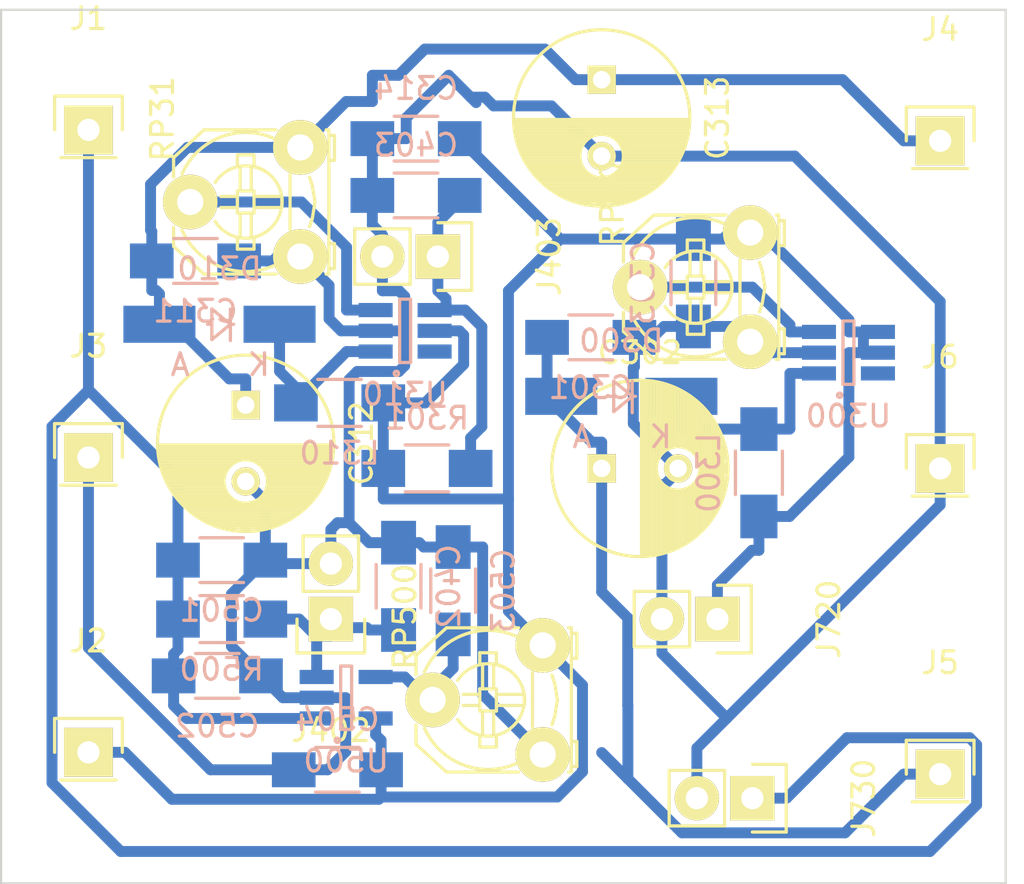
<source format=kicad_pcb>
(kicad_pcb (version 4) (host pcbnew 4.0.2-stable)

  (general
    (links 64)
    (no_connects 0)
    (area 86 76 147 118)
    (thickness 1.6)
    (drawings 4)
    (tracks 243)
    (zones 0)
    (modules 35)
    (nets 13)
  )

  (page A4)
  (layers
    (0 F.Cu signal)
    (31 B.Cu signal)
    (36 B.SilkS user)
    (37 F.SilkS user)
    (38 B.Mask user)
    (40 Dwgs.User user)
    (41 Cmts.User user)
    (42 Eco1.User user)
    (43 Eco2.User user)
    (44 Edge.Cuts user)
    (45 Margin user)
    (48 B.Fab user)
    (49 F.Fab user)
  )

  (setup
    (last_trace_width 0.5)
    (trace_clearance 0.3)
    (zone_clearance 0.508)
    (zone_45_only no)
    (trace_min 0.5)
    (segment_width 0.2)
    (edge_width 0.1)
    (via_size 1.5)
    (via_drill 0.7)
    (via_min_size 0.4)
    (via_min_drill 0.3)
    (uvia_size 0.3)
    (uvia_drill 0.1)
    (uvias_allowed no)
    (uvia_min_size 0.2)
    (uvia_min_drill 0.1)
    (pcb_text_width 0.3)
    (pcb_text_size 1.5 1.5)
    (mod_edge_width 0.15)
    (mod_text_size 1 1)
    (mod_text_width 0.15)
    (pad_size 1.5 1.5)
    (pad_drill 0.6)
    (pad_to_mask_clearance 0)
    (aux_axis_origin 0 0)
    (visible_elements FFFFFF7F)
    (pcbplotparams
      (layerselection 0x00030_80000001)
      (usegerberextensions false)
      (excludeedgelayer true)
      (linewidth 0.200000)
      (plotframeref false)
      (viasonmask false)
      (mode 1)
      (useauxorigin false)
      (hpglpennumber 1)
      (hpglpenspeed 20)
      (hpglpendiameter 15)
      (hpglpenoverlay 2)
      (psnegative false)
      (psa4output false)
      (plotreference true)
      (plotvalue true)
      (plotinvisibletext false)
      (padsonsilk false)
      (subtractmaskfromsilk false)
      (outputformat 1)
      (mirror false)
      (drillshape 1)
      (scaleselection 1)
      (outputdirectory ""))
  )

  (net 0 "")
  (net 1 VCC)
  (net 2 GND)
  (net 3 V_bat)
  (net 4 +12V)
  (net 5 BP2)
  (net 6 BP3)
  (net 7 V_sol)
  (net 8 "Net-(C503-Pad1)")
  (net 9 "Net-(D300-Pad1)")
  (net 10 "Net-(D310-Pad1)")
  (net 11 "Net-(RP30-Pad2)")
  (net 12 "Net-(RP31-Pad2)")

  (net_class Default "This is the default net class."
    (clearance 0.3)
    (trace_width 0.5)
    (via_dia 1.5)
    (via_drill 0.7)
    (uvia_dia 0.3)
    (uvia_drill 0.1)
    (add_net +12V)
    (add_net BP2)
    (add_net BP3)
    (add_net GND)
    (add_net "Net-(C503-Pad1)")
    (add_net "Net-(D300-Pad1)")
    (add_net "Net-(D310-Pad1)")
    (add_net "Net-(RP30-Pad2)")
    (add_net "Net-(RP31-Pad2)")
    (add_net VCC)
    (add_net V_bat)
    (add_net V_sol)
  )

  (module Capacitors_SMD:C_1206_HandSoldering placed (layer B.Cu) (tedit 541A9C03) (tstamp 57D17489)
    (at 116 93)
    (descr "Capacitor SMD 1206, hand soldering")
    (tags "capacitor 1206")
    (path /57C1E910)
    (attr smd)
    (fp_text reference C301 (at 0 2.3) (layer B.SilkS)
      (effects (font (size 1 1) (thickness 0.15)) (justify mirror))
    )
    (fp_text value 10uF (at 0 -2.3) (layer B.Fab)
      (effects (font (size 1 1) (thickness 0.15)) (justify mirror))
    )
    (fp_line (start -3.3 1.15) (end 3.3 1.15) (layer B.CrtYd) (width 0.05))
    (fp_line (start -3.3 -1.15) (end 3.3 -1.15) (layer B.CrtYd) (width 0.05))
    (fp_line (start -3.3 1.15) (end -3.3 -1.15) (layer B.CrtYd) (width 0.05))
    (fp_line (start 3.3 1.15) (end 3.3 -1.15) (layer B.CrtYd) (width 0.05))
    (fp_line (start 1 1.025) (end -1 1.025) (layer B.SilkS) (width 0.15))
    (fp_line (start -1 -1.025) (end 1 -1.025) (layer B.SilkS) (width 0.15))
    (pad 1 smd rect (at -2 0) (size 2 1.6) (layers B.Cu B.Mask)
      (net 1 VCC))
    (pad 2 smd rect (at 2 0) (size 2 1.6) (layers B.Cu B.Mask)
      (net 2 GND))
    (model Capacitors_SMD.3dshapes/C_1206_HandSoldering.wrl
      (at (xyz 0 0 0))
      (scale (xyz 1 1 1))
      (rotate (xyz 0 0 0))
    )
  )

  (module Capacitors_ThroughHole:C_Radial_D8_L11.5_P3.5 placed (layer F.Cu) (tedit 0) (tstamp 57D1748F)
    (at 116.5 99)
    (descr "Radial Electrolytic Capacitor Diameter 8mm x Length 11.5mm, Pitch 3.5mm")
    (tags "Electrolytic Capacitor")
    (path /57C5507A)
    (fp_text reference C302 (at 1.75 -5.3) (layer F.SilkS)
      (effects (font (size 1 1) (thickness 0.15)))
    )
    (fp_text value 470uF (at 1.75 5.3) (layer F.Fab)
      (effects (font (size 1 1) (thickness 0.15)))
    )
    (fp_line (start 1.825 -3.999) (end 1.825 3.999) (layer F.SilkS) (width 0.15))
    (fp_line (start 1.965 -3.994) (end 1.965 3.994) (layer F.SilkS) (width 0.15))
    (fp_line (start 2.105 -3.984) (end 2.105 3.984) (layer F.SilkS) (width 0.15))
    (fp_line (start 2.245 -3.969) (end 2.245 3.969) (layer F.SilkS) (width 0.15))
    (fp_line (start 2.385 -3.949) (end 2.385 3.949) (layer F.SilkS) (width 0.15))
    (fp_line (start 2.525 -3.924) (end 2.525 -0.222) (layer F.SilkS) (width 0.15))
    (fp_line (start 2.525 0.222) (end 2.525 3.924) (layer F.SilkS) (width 0.15))
    (fp_line (start 2.665 -3.894) (end 2.665 -0.55) (layer F.SilkS) (width 0.15))
    (fp_line (start 2.665 0.55) (end 2.665 3.894) (layer F.SilkS) (width 0.15))
    (fp_line (start 2.805 -3.858) (end 2.805 -0.719) (layer F.SilkS) (width 0.15))
    (fp_line (start 2.805 0.719) (end 2.805 3.858) (layer F.SilkS) (width 0.15))
    (fp_line (start 2.945 -3.817) (end 2.945 -0.832) (layer F.SilkS) (width 0.15))
    (fp_line (start 2.945 0.832) (end 2.945 3.817) (layer F.SilkS) (width 0.15))
    (fp_line (start 3.085 -3.771) (end 3.085 -0.91) (layer F.SilkS) (width 0.15))
    (fp_line (start 3.085 0.91) (end 3.085 3.771) (layer F.SilkS) (width 0.15))
    (fp_line (start 3.225 -3.718) (end 3.225 -0.961) (layer F.SilkS) (width 0.15))
    (fp_line (start 3.225 0.961) (end 3.225 3.718) (layer F.SilkS) (width 0.15))
    (fp_line (start 3.365 -3.659) (end 3.365 -0.991) (layer F.SilkS) (width 0.15))
    (fp_line (start 3.365 0.991) (end 3.365 3.659) (layer F.SilkS) (width 0.15))
    (fp_line (start 3.505 -3.594) (end 3.505 -1) (layer F.SilkS) (width 0.15))
    (fp_line (start 3.505 1) (end 3.505 3.594) (layer F.SilkS) (width 0.15))
    (fp_line (start 3.645 -3.523) (end 3.645 -0.989) (layer F.SilkS) (width 0.15))
    (fp_line (start 3.645 0.989) (end 3.645 3.523) (layer F.SilkS) (width 0.15))
    (fp_line (start 3.785 -3.444) (end 3.785 -0.959) (layer F.SilkS) (width 0.15))
    (fp_line (start 3.785 0.959) (end 3.785 3.444) (layer F.SilkS) (width 0.15))
    (fp_line (start 3.925 -3.357) (end 3.925 -0.905) (layer F.SilkS) (width 0.15))
    (fp_line (start 3.925 0.905) (end 3.925 3.357) (layer F.SilkS) (width 0.15))
    (fp_line (start 4.065 -3.262) (end 4.065 -0.825) (layer F.SilkS) (width 0.15))
    (fp_line (start 4.065 0.825) (end 4.065 3.262) (layer F.SilkS) (width 0.15))
    (fp_line (start 4.205 -3.158) (end 4.205 -0.709) (layer F.SilkS) (width 0.15))
    (fp_line (start 4.205 0.709) (end 4.205 3.158) (layer F.SilkS) (width 0.15))
    (fp_line (start 4.345 -3.044) (end 4.345 -0.535) (layer F.SilkS) (width 0.15))
    (fp_line (start 4.345 0.535) (end 4.345 3.044) (layer F.SilkS) (width 0.15))
    (fp_line (start 4.485 -2.919) (end 4.485 -0.173) (layer F.SilkS) (width 0.15))
    (fp_line (start 4.485 0.173) (end 4.485 2.919) (layer F.SilkS) (width 0.15))
    (fp_line (start 4.625 -2.781) (end 4.625 2.781) (layer F.SilkS) (width 0.15))
    (fp_line (start 4.765 -2.629) (end 4.765 2.629) (layer F.SilkS) (width 0.15))
    (fp_line (start 4.905 -2.459) (end 4.905 2.459) (layer F.SilkS) (width 0.15))
    (fp_line (start 5.045 -2.268) (end 5.045 2.268) (layer F.SilkS) (width 0.15))
    (fp_line (start 5.185 -2.05) (end 5.185 2.05) (layer F.SilkS) (width 0.15))
    (fp_line (start 5.325 -1.794) (end 5.325 1.794) (layer F.SilkS) (width 0.15))
    (fp_line (start 5.465 -1.483) (end 5.465 1.483) (layer F.SilkS) (width 0.15))
    (fp_line (start 5.605 -1.067) (end 5.605 1.067) (layer F.SilkS) (width 0.15))
    (fp_line (start 5.745 -0.2) (end 5.745 0.2) (layer F.SilkS) (width 0.15))
    (fp_circle (center 3.5 0) (end 3.5 -1) (layer F.SilkS) (width 0.15))
    (fp_circle (center 1.75 0) (end 1.75 -4.0375) (layer F.SilkS) (width 0.15))
    (fp_circle (center 1.75 0) (end 1.75 -4.3) (layer F.CrtYd) (width 0.05))
    (pad 2 thru_hole circle (at 3.5 0) (size 1.3 1.3) (drill 0.8) (layers *.Cu *.Mask F.SilkS)
      (net 2 GND))
    (pad 1 thru_hole rect (at 0 0) (size 1.3 1.3) (drill 0.8) (layers *.Cu *.Mask F.SilkS)
      (net 1 VCC))
    (model Capacitors_ThroughHole.3dshapes/C_Radial_D8_L11.5_P3.5.wrl
      (at (xyz 0 0 0))
      (scale (xyz 1 1 1))
      (rotate (xyz 0 0 0))
    )
  )

  (module Capacitors_SMD:C_1206_HandSoldering placed (layer B.Cu) (tedit 541A9C03) (tstamp 57D17495)
    (at 120.7 90.5 270)
    (descr "Capacitor SMD 1206, hand soldering")
    (tags "capacitor 1206")
    (path /57C1DE51)
    (attr smd)
    (fp_text reference C303 (at 0 2.3 270) (layer B.SilkS)
      (effects (font (size 1 1) (thickness 0.15)) (justify mirror))
    )
    (fp_text value 10uF (at 0 -2.3 270) (layer B.Fab)
      (effects (font (size 1 1) (thickness 0.15)) (justify mirror))
    )
    (fp_line (start -3.3 1.15) (end 3.3 1.15) (layer B.CrtYd) (width 0.05))
    (fp_line (start -3.3 -1.15) (end 3.3 -1.15) (layer B.CrtYd) (width 0.05))
    (fp_line (start -3.3 1.15) (end -3.3 -1.15) (layer B.CrtYd) (width 0.05))
    (fp_line (start 3.3 1.15) (end 3.3 -1.15) (layer B.CrtYd) (width 0.05))
    (fp_line (start 1 1.025) (end -1 1.025) (layer B.SilkS) (width 0.15))
    (fp_line (start -1 -1.025) (end 1 -1.025) (layer B.SilkS) (width 0.15))
    (pad 1 smd rect (at -2 0 270) (size 2 1.6) (layers B.Cu B.Mask)
      (net 3 V_bat))
    (pad 2 smd rect (at 2 0 270) (size 2 1.6) (layers B.Cu B.Mask)
      (net 2 GND))
    (model Capacitors_SMD.3dshapes/C_1206_HandSoldering.wrl
      (at (xyz 0 0 0))
      (scale (xyz 1 1 1))
      (rotate (xyz 0 0 0))
    )
  )

  (module Capacitors_SMD:C_1206_HandSoldering placed (layer B.Cu) (tedit 541A9C03) (tstamp 57D1749B)
    (at 97.9 89.5)
    (descr "Capacitor SMD 1206, hand soldering")
    (tags "capacitor 1206")
    (path /57C214AE)
    (attr smd)
    (fp_text reference C311 (at 0 2.3) (layer B.SilkS)
      (effects (font (size 1 1) (thickness 0.15)) (justify mirror))
    )
    (fp_text value 10uF (at 0 -2.3) (layer B.Fab)
      (effects (font (size 1 1) (thickness 0.15)) (justify mirror))
    )
    (fp_line (start -3.3 1.15) (end 3.3 1.15) (layer B.CrtYd) (width 0.05))
    (fp_line (start -3.3 -1.15) (end 3.3 -1.15) (layer B.CrtYd) (width 0.05))
    (fp_line (start -3.3 1.15) (end -3.3 -1.15) (layer B.CrtYd) (width 0.05))
    (fp_line (start 3.3 1.15) (end 3.3 -1.15) (layer B.CrtYd) (width 0.05))
    (fp_line (start 1 1.025) (end -1 1.025) (layer B.SilkS) (width 0.15))
    (fp_line (start -1 -1.025) (end 1 -1.025) (layer B.SilkS) (width 0.15))
    (pad 1 smd rect (at -2 0) (size 2 1.6) (layers B.Cu B.Mask)
      (net 4 +12V))
    (pad 2 smd rect (at 2 0) (size 2 1.6) (layers B.Cu B.Mask)
      (net 2 GND))
    (model Capacitors_SMD.3dshapes/C_1206_HandSoldering.wrl
      (at (xyz 0 0 0))
      (scale (xyz 1 1 1))
      (rotate (xyz 0 0 0))
    )
  )

  (module Capacitors_ThroughHole:C_Radial_D8_L11.5_P3.5 placed (layer F.Cu) (tedit 0) (tstamp 57D174A1)
    (at 100.2 96.1 270)
    (descr "Radial Electrolytic Capacitor Diameter 8mm x Length 11.5mm, Pitch 3.5mm")
    (tags "Electrolytic Capacitor")
    (path /57C2378C)
    (fp_text reference C312 (at 1.75 -5.3 270) (layer F.SilkS)
      (effects (font (size 1 1) (thickness 0.15)))
    )
    (fp_text value 470uF (at 1.75 5.3 270) (layer F.Fab)
      (effects (font (size 1 1) (thickness 0.15)))
    )
    (fp_line (start 1.825 -3.999) (end 1.825 3.999) (layer F.SilkS) (width 0.15))
    (fp_line (start 1.965 -3.994) (end 1.965 3.994) (layer F.SilkS) (width 0.15))
    (fp_line (start 2.105 -3.984) (end 2.105 3.984) (layer F.SilkS) (width 0.15))
    (fp_line (start 2.245 -3.969) (end 2.245 3.969) (layer F.SilkS) (width 0.15))
    (fp_line (start 2.385 -3.949) (end 2.385 3.949) (layer F.SilkS) (width 0.15))
    (fp_line (start 2.525 -3.924) (end 2.525 -0.222) (layer F.SilkS) (width 0.15))
    (fp_line (start 2.525 0.222) (end 2.525 3.924) (layer F.SilkS) (width 0.15))
    (fp_line (start 2.665 -3.894) (end 2.665 -0.55) (layer F.SilkS) (width 0.15))
    (fp_line (start 2.665 0.55) (end 2.665 3.894) (layer F.SilkS) (width 0.15))
    (fp_line (start 2.805 -3.858) (end 2.805 -0.719) (layer F.SilkS) (width 0.15))
    (fp_line (start 2.805 0.719) (end 2.805 3.858) (layer F.SilkS) (width 0.15))
    (fp_line (start 2.945 -3.817) (end 2.945 -0.832) (layer F.SilkS) (width 0.15))
    (fp_line (start 2.945 0.832) (end 2.945 3.817) (layer F.SilkS) (width 0.15))
    (fp_line (start 3.085 -3.771) (end 3.085 -0.91) (layer F.SilkS) (width 0.15))
    (fp_line (start 3.085 0.91) (end 3.085 3.771) (layer F.SilkS) (width 0.15))
    (fp_line (start 3.225 -3.718) (end 3.225 -0.961) (layer F.SilkS) (width 0.15))
    (fp_line (start 3.225 0.961) (end 3.225 3.718) (layer F.SilkS) (width 0.15))
    (fp_line (start 3.365 -3.659) (end 3.365 -0.991) (layer F.SilkS) (width 0.15))
    (fp_line (start 3.365 0.991) (end 3.365 3.659) (layer F.SilkS) (width 0.15))
    (fp_line (start 3.505 -3.594) (end 3.505 -1) (layer F.SilkS) (width 0.15))
    (fp_line (start 3.505 1) (end 3.505 3.594) (layer F.SilkS) (width 0.15))
    (fp_line (start 3.645 -3.523) (end 3.645 -0.989) (layer F.SilkS) (width 0.15))
    (fp_line (start 3.645 0.989) (end 3.645 3.523) (layer F.SilkS) (width 0.15))
    (fp_line (start 3.785 -3.444) (end 3.785 -0.959) (layer F.SilkS) (width 0.15))
    (fp_line (start 3.785 0.959) (end 3.785 3.444) (layer F.SilkS) (width 0.15))
    (fp_line (start 3.925 -3.357) (end 3.925 -0.905) (layer F.SilkS) (width 0.15))
    (fp_line (start 3.925 0.905) (end 3.925 3.357) (layer F.SilkS) (width 0.15))
    (fp_line (start 4.065 -3.262) (end 4.065 -0.825) (layer F.SilkS) (width 0.15))
    (fp_line (start 4.065 0.825) (end 4.065 3.262) (layer F.SilkS) (width 0.15))
    (fp_line (start 4.205 -3.158) (end 4.205 -0.709) (layer F.SilkS) (width 0.15))
    (fp_line (start 4.205 0.709) (end 4.205 3.158) (layer F.SilkS) (width 0.15))
    (fp_line (start 4.345 -3.044) (end 4.345 -0.535) (layer F.SilkS) (width 0.15))
    (fp_line (start 4.345 0.535) (end 4.345 3.044) (layer F.SilkS) (width 0.15))
    (fp_line (start 4.485 -2.919) (end 4.485 -0.173) (layer F.SilkS) (width 0.15))
    (fp_line (start 4.485 0.173) (end 4.485 2.919) (layer F.SilkS) (width 0.15))
    (fp_line (start 4.625 -2.781) (end 4.625 2.781) (layer F.SilkS) (width 0.15))
    (fp_line (start 4.765 -2.629) (end 4.765 2.629) (layer F.SilkS) (width 0.15))
    (fp_line (start 4.905 -2.459) (end 4.905 2.459) (layer F.SilkS) (width 0.15))
    (fp_line (start 5.045 -2.268) (end 5.045 2.268) (layer F.SilkS) (width 0.15))
    (fp_line (start 5.185 -2.05) (end 5.185 2.05) (layer F.SilkS) (width 0.15))
    (fp_line (start 5.325 -1.794) (end 5.325 1.794) (layer F.SilkS) (width 0.15))
    (fp_line (start 5.465 -1.483) (end 5.465 1.483) (layer F.SilkS) (width 0.15))
    (fp_line (start 5.605 -1.067) (end 5.605 1.067) (layer F.SilkS) (width 0.15))
    (fp_line (start 5.745 -0.2) (end 5.745 0.2) (layer F.SilkS) (width 0.15))
    (fp_circle (center 3.5 0) (end 3.5 -1) (layer F.SilkS) (width 0.15))
    (fp_circle (center 1.75 0) (end 1.75 -4.0375) (layer F.SilkS) (width 0.15))
    (fp_circle (center 1.75 0) (end 1.75 -4.3) (layer F.CrtYd) (width 0.05))
    (pad 2 thru_hole circle (at 3.5 0 270) (size 1.3 1.3) (drill 0.8) (layers *.Cu *.Mask F.SilkS)
      (net 2 GND))
    (pad 1 thru_hole rect (at 0 0 270) (size 1.3 1.3) (drill 0.8) (layers *.Cu *.Mask F.SilkS)
      (net 4 +12V))
    (model Capacitors_ThroughHole.3dshapes/C_Radial_D8_L11.5_P3.5.wrl
      (at (xyz 0 0 0))
      (scale (xyz 1 1 1))
      (rotate (xyz 0 0 0))
    )
  )

  (module Capacitors_ThroughHole:C_Radial_D8_L11.5_P3.5 placed (layer F.Cu) (tedit 0) (tstamp 57D174A7)
    (at 116.5 81.2 270)
    (descr "Radial Electrolytic Capacitor Diameter 8mm x Length 11.5mm, Pitch 3.5mm")
    (tags "Electrolytic Capacitor")
    (path /57C23CFC)
    (fp_text reference C313 (at 1.75 -5.3 270) (layer F.SilkS)
      (effects (font (size 1 1) (thickness 0.15)))
    )
    (fp_text value 470uF (at 1.75 5.3 270) (layer F.Fab)
      (effects (font (size 1 1) (thickness 0.15)))
    )
    (fp_line (start 1.825 -3.999) (end 1.825 3.999) (layer F.SilkS) (width 0.15))
    (fp_line (start 1.965 -3.994) (end 1.965 3.994) (layer F.SilkS) (width 0.15))
    (fp_line (start 2.105 -3.984) (end 2.105 3.984) (layer F.SilkS) (width 0.15))
    (fp_line (start 2.245 -3.969) (end 2.245 3.969) (layer F.SilkS) (width 0.15))
    (fp_line (start 2.385 -3.949) (end 2.385 3.949) (layer F.SilkS) (width 0.15))
    (fp_line (start 2.525 -3.924) (end 2.525 -0.222) (layer F.SilkS) (width 0.15))
    (fp_line (start 2.525 0.222) (end 2.525 3.924) (layer F.SilkS) (width 0.15))
    (fp_line (start 2.665 -3.894) (end 2.665 -0.55) (layer F.SilkS) (width 0.15))
    (fp_line (start 2.665 0.55) (end 2.665 3.894) (layer F.SilkS) (width 0.15))
    (fp_line (start 2.805 -3.858) (end 2.805 -0.719) (layer F.SilkS) (width 0.15))
    (fp_line (start 2.805 0.719) (end 2.805 3.858) (layer F.SilkS) (width 0.15))
    (fp_line (start 2.945 -3.817) (end 2.945 -0.832) (layer F.SilkS) (width 0.15))
    (fp_line (start 2.945 0.832) (end 2.945 3.817) (layer F.SilkS) (width 0.15))
    (fp_line (start 3.085 -3.771) (end 3.085 -0.91) (layer F.SilkS) (width 0.15))
    (fp_line (start 3.085 0.91) (end 3.085 3.771) (layer F.SilkS) (width 0.15))
    (fp_line (start 3.225 -3.718) (end 3.225 -0.961) (layer F.SilkS) (width 0.15))
    (fp_line (start 3.225 0.961) (end 3.225 3.718) (layer F.SilkS) (width 0.15))
    (fp_line (start 3.365 -3.659) (end 3.365 -0.991) (layer F.SilkS) (width 0.15))
    (fp_line (start 3.365 0.991) (end 3.365 3.659) (layer F.SilkS) (width 0.15))
    (fp_line (start 3.505 -3.594) (end 3.505 -1) (layer F.SilkS) (width 0.15))
    (fp_line (start 3.505 1) (end 3.505 3.594) (layer F.SilkS) (width 0.15))
    (fp_line (start 3.645 -3.523) (end 3.645 -0.989) (layer F.SilkS) (width 0.15))
    (fp_line (start 3.645 0.989) (end 3.645 3.523) (layer F.SilkS) (width 0.15))
    (fp_line (start 3.785 -3.444) (end 3.785 -0.959) (layer F.SilkS) (width 0.15))
    (fp_line (start 3.785 0.959) (end 3.785 3.444) (layer F.SilkS) (width 0.15))
    (fp_line (start 3.925 -3.357) (end 3.925 -0.905) (layer F.SilkS) (width 0.15))
    (fp_line (start 3.925 0.905) (end 3.925 3.357) (layer F.SilkS) (width 0.15))
    (fp_line (start 4.065 -3.262) (end 4.065 -0.825) (layer F.SilkS) (width 0.15))
    (fp_line (start 4.065 0.825) (end 4.065 3.262) (layer F.SilkS) (width 0.15))
    (fp_line (start 4.205 -3.158) (end 4.205 -0.709) (layer F.SilkS) (width 0.15))
    (fp_line (start 4.205 0.709) (end 4.205 3.158) (layer F.SilkS) (width 0.15))
    (fp_line (start 4.345 -3.044) (end 4.345 -0.535) (layer F.SilkS) (width 0.15))
    (fp_line (start 4.345 0.535) (end 4.345 3.044) (layer F.SilkS) (width 0.15))
    (fp_line (start 4.485 -2.919) (end 4.485 -0.173) (layer F.SilkS) (width 0.15))
    (fp_line (start 4.485 0.173) (end 4.485 2.919) (layer F.SilkS) (width 0.15))
    (fp_line (start 4.625 -2.781) (end 4.625 2.781) (layer F.SilkS) (width 0.15))
    (fp_line (start 4.765 -2.629) (end 4.765 2.629) (layer F.SilkS) (width 0.15))
    (fp_line (start 4.905 -2.459) (end 4.905 2.459) (layer F.SilkS) (width 0.15))
    (fp_line (start 5.045 -2.268) (end 5.045 2.268) (layer F.SilkS) (width 0.15))
    (fp_line (start 5.185 -2.05) (end 5.185 2.05) (layer F.SilkS) (width 0.15))
    (fp_line (start 5.325 -1.794) (end 5.325 1.794) (layer F.SilkS) (width 0.15))
    (fp_line (start 5.465 -1.483) (end 5.465 1.483) (layer F.SilkS) (width 0.15))
    (fp_line (start 5.605 -1.067) (end 5.605 1.067) (layer F.SilkS) (width 0.15))
    (fp_line (start 5.745 -0.2) (end 5.745 0.2) (layer F.SilkS) (width 0.15))
    (fp_circle (center 3.5 0) (end 3.5 -1) (layer F.SilkS) (width 0.15))
    (fp_circle (center 1.75 0) (end 1.75 -4.0375) (layer F.SilkS) (width 0.15))
    (fp_circle (center 1.75 0) (end 1.75 -4.3) (layer F.CrtYd) (width 0.05))
    (pad 2 thru_hole circle (at 3.5 0 270) (size 1.3 1.3) (drill 0.8) (layers *.Cu *.Mask F.SilkS)
      (net 2 GND))
    (pad 1 thru_hole rect (at 0 0 270) (size 1.3 1.3) (drill 0.8) (layers *.Cu *.Mask F.SilkS)
      (net 4 +12V))
    (model Capacitors_ThroughHole.3dshapes/C_Radial_D8_L11.5_P3.5.wrl
      (at (xyz 0 0 0))
      (scale (xyz 1 1 1))
      (rotate (xyz 0 0 0))
    )
  )

  (module Capacitors_SMD:C_1206_HandSoldering placed (layer B.Cu) (tedit 541A9C03) (tstamp 57D174AD)
    (at 108 83.9 180)
    (descr "Capacitor SMD 1206, hand soldering")
    (tags "capacitor 1206")
    (path /57C214A1)
    (attr smd)
    (fp_text reference C314 (at 0 2.3 180) (layer B.SilkS)
      (effects (font (size 1 1) (thickness 0.15)) (justify mirror))
    )
    (fp_text value 10uF (at 0 -2.3 180) (layer B.Fab)
      (effects (font (size 1 1) (thickness 0.15)) (justify mirror))
    )
    (fp_line (start -3.3 1.15) (end 3.3 1.15) (layer B.CrtYd) (width 0.05))
    (fp_line (start -3.3 -1.15) (end 3.3 -1.15) (layer B.CrtYd) (width 0.05))
    (fp_line (start -3.3 1.15) (end -3.3 -1.15) (layer B.CrtYd) (width 0.05))
    (fp_line (start 3.3 1.15) (end 3.3 -1.15) (layer B.CrtYd) (width 0.05))
    (fp_line (start 1 1.025) (end -1 1.025) (layer B.SilkS) (width 0.15))
    (fp_line (start -1 -1.025) (end 1 -1.025) (layer B.SilkS) (width 0.15))
    (pad 1 smd rect (at -2 0 180) (size 2 1.6) (layers B.Cu B.Mask)
      (net 3 V_bat))
    (pad 2 smd rect (at 2 0 180) (size 2 1.6) (layers B.Cu B.Mask)
      (net 2 GND))
    (model Capacitors_SMD.3dshapes/C_1206_HandSoldering.wrl
      (at (xyz 0 0 0))
      (scale (xyz 1 1 1))
      (rotate (xyz 0 0 0))
    )
  )

  (module Capacitors_SMD:C_1206_HandSoldering placed (layer B.Cu) (tedit 541A9C03) (tstamp 57D174B3)
    (at 107.2 104.4 90)
    (descr "Capacitor SMD 1206, hand soldering")
    (tags "capacitor 1206")
    (path /57C1BF1E)
    (attr smd)
    (fp_text reference C402 (at 0 2.3 90) (layer B.SilkS)
      (effects (font (size 1 1) (thickness 0.15)) (justify mirror))
    )
    (fp_text value 10n (at 0 -2.3 90) (layer B.Fab)
      (effects (font (size 1 1) (thickness 0.15)) (justify mirror))
    )
    (fp_line (start -3.3 1.15) (end 3.3 1.15) (layer B.CrtYd) (width 0.05))
    (fp_line (start -3.3 -1.15) (end 3.3 -1.15) (layer B.CrtYd) (width 0.05))
    (fp_line (start -3.3 1.15) (end -3.3 -1.15) (layer B.CrtYd) (width 0.05))
    (fp_line (start 3.3 1.15) (end 3.3 -1.15) (layer B.CrtYd) (width 0.05))
    (fp_line (start 1 1.025) (end -1 1.025) (layer B.SilkS) (width 0.15))
    (fp_line (start -1 -1.025) (end 1 -1.025) (layer B.SilkS) (width 0.15))
    (pad 1 smd rect (at -2 0 90) (size 2 1.6) (layers B.Cu B.Mask)
      (net 5 BP2))
    (pad 2 smd rect (at 2 0 90) (size 2 1.6) (layers B.Cu B.Mask)
      (net 2 GND))
    (model Capacitors_SMD.3dshapes/C_1206_HandSoldering.wrl
      (at (xyz 0 0 0))
      (scale (xyz 1 1 1))
      (rotate (xyz 0 0 0))
    )
  )

  (module Capacitors_SMD:C_1206_HandSoldering placed (layer B.Cu) (tedit 541A9C03) (tstamp 57D174B9)
    (at 108 86.5 180)
    (descr "Capacitor SMD 1206, hand soldering")
    (tags "capacitor 1206")
    (path /57C1C067)
    (attr smd)
    (fp_text reference C403 (at 0 2.3 180) (layer B.SilkS)
      (effects (font (size 1 1) (thickness 0.15)) (justify mirror))
    )
    (fp_text value 10n (at 0 -2.3 180) (layer B.Fab)
      (effects (font (size 1 1) (thickness 0.15)) (justify mirror))
    )
    (fp_line (start -3.3 1.15) (end 3.3 1.15) (layer B.CrtYd) (width 0.05))
    (fp_line (start -3.3 -1.15) (end 3.3 -1.15) (layer B.CrtYd) (width 0.05))
    (fp_line (start -3.3 1.15) (end -3.3 -1.15) (layer B.CrtYd) (width 0.05))
    (fp_line (start 3.3 1.15) (end 3.3 -1.15) (layer B.CrtYd) (width 0.05))
    (fp_line (start 1 1.025) (end -1 1.025) (layer B.SilkS) (width 0.15))
    (fp_line (start -1 -1.025) (end 1 -1.025) (layer B.SilkS) (width 0.15))
    (pad 1 smd rect (at -2 0 180) (size 2 1.6) (layers B.Cu B.Mask)
      (net 6 BP3))
    (pad 2 smd rect (at 2 0 180) (size 2 1.6) (layers B.Cu B.Mask)
      (net 2 GND))
    (model Capacitors_SMD.3dshapes/C_1206_HandSoldering.wrl
      (at (xyz 0 0 0))
      (scale (xyz 1 1 1))
      (rotate (xyz 0 0 0))
    )
  )

  (module Capacitors_SMD:C_1206_HandSoldering placed (layer B.Cu) (tedit 541A9C03) (tstamp 57D174BF)
    (at 99.1 103.2)
    (descr "Capacitor SMD 1206, hand soldering")
    (tags "capacitor 1206")
    (path /57C0AF26)
    (attr smd)
    (fp_text reference C501 (at 0 2.3) (layer B.SilkS)
      (effects (font (size 1 1) (thickness 0.15)) (justify mirror))
    )
    (fp_text value 10uF (at 0 -2.3) (layer B.Fab)
      (effects (font (size 1 1) (thickness 0.15)) (justify mirror))
    )
    (fp_line (start -3.3 1.15) (end 3.3 1.15) (layer B.CrtYd) (width 0.05))
    (fp_line (start -3.3 -1.15) (end 3.3 -1.15) (layer B.CrtYd) (width 0.05))
    (fp_line (start -3.3 1.15) (end -3.3 -1.15) (layer B.CrtYd) (width 0.05))
    (fp_line (start 3.3 1.15) (end 3.3 -1.15) (layer B.CrtYd) (width 0.05))
    (fp_line (start 1 1.025) (end -1 1.025) (layer B.SilkS) (width 0.15))
    (fp_line (start -1 -1.025) (end 1 -1.025) (layer B.SilkS) (width 0.15))
    (pad 1 smd rect (at -2 0) (size 2 1.6) (layers B.Cu B.Mask)
      (net 7 V_sol))
    (pad 2 smd rect (at 2 0) (size 2 1.6) (layers B.Cu B.Mask)
      (net 2 GND))
    (model Capacitors_SMD.3dshapes/C_1206_HandSoldering.wrl
      (at (xyz 0 0 0))
      (scale (xyz 1 1 1))
      (rotate (xyz 0 0 0))
    )
  )

  (module Capacitors_SMD:C_1206_HandSoldering placed (layer B.Cu) (tedit 541A9C03) (tstamp 57D174C5)
    (at 98.9 108.5)
    (descr "Capacitor SMD 1206, hand soldering")
    (tags "capacitor 1206")
    (path /57C08080)
    (attr smd)
    (fp_text reference C502 (at 0 2.3) (layer B.SilkS)
      (effects (font (size 1 1) (thickness 0.15)) (justify mirror))
    )
    (fp_text value 10n (at 0 -2.3) (layer B.Fab)
      (effects (font (size 1 1) (thickness 0.15)) (justify mirror))
    )
    (fp_line (start -3.3 1.15) (end 3.3 1.15) (layer B.CrtYd) (width 0.05))
    (fp_line (start -3.3 -1.15) (end 3.3 -1.15) (layer B.CrtYd) (width 0.05))
    (fp_line (start -3.3 1.15) (end -3.3 -1.15) (layer B.CrtYd) (width 0.05))
    (fp_line (start 3.3 1.15) (end 3.3 -1.15) (layer B.CrtYd) (width 0.05))
    (fp_line (start 1 1.025) (end -1 1.025) (layer B.SilkS) (width 0.15))
    (fp_line (start -1 -1.025) (end 1 -1.025) (layer B.SilkS) (width 0.15))
    (pad 1 smd rect (at -2 0) (size 2 1.6) (layers B.Cu B.Mask)
      (net 7 V_sol))
    (pad 2 smd rect (at 2 0) (size 2 1.6) (layers B.Cu B.Mask)
      (net 2 GND))
    (model Capacitors_SMD.3dshapes/C_1206_HandSoldering.wrl
      (at (xyz 0 0 0))
      (scale (xyz 1 1 1))
      (rotate (xyz 0 0 0))
    )
  )

  (module Capacitors_SMD:C_1206_HandSoldering placed (layer B.Cu) (tedit 541A9C03) (tstamp 57D174CB)
    (at 109.7 104.6 90)
    (descr "Capacitor SMD 1206, hand soldering")
    (tags "capacitor 1206")
    (path /57C110DB)
    (attr smd)
    (fp_text reference C503 (at 0 2.3 90) (layer B.SilkS)
      (effects (font (size 1 1) (thickness 0.15)) (justify mirror))
    )
    (fp_text value 10n (at 0 -2.3 90) (layer B.Fab)
      (effects (font (size 1 1) (thickness 0.15)) (justify mirror))
    )
    (fp_line (start -3.3 1.15) (end 3.3 1.15) (layer B.CrtYd) (width 0.05))
    (fp_line (start -3.3 -1.15) (end 3.3 -1.15) (layer B.CrtYd) (width 0.05))
    (fp_line (start -3.3 1.15) (end -3.3 -1.15) (layer B.CrtYd) (width 0.05))
    (fp_line (start 3.3 1.15) (end 3.3 -1.15) (layer B.CrtYd) (width 0.05))
    (fp_line (start 1 1.025) (end -1 1.025) (layer B.SilkS) (width 0.15))
    (fp_line (start -1 -1.025) (end 1 -1.025) (layer B.SilkS) (width 0.15))
    (pad 1 smd rect (at -2 0 90) (size 2 1.6) (layers B.Cu B.Mask)
      (net 8 "Net-(C503-Pad1)"))
    (pad 2 smd rect (at 2 0 90) (size 2 1.6) (layers B.Cu B.Mask)
      (net 2 GND))
    (model Capacitors_SMD.3dshapes/C_1206_HandSoldering.wrl
      (at (xyz 0 0 0))
      (scale (xyz 1 1 1))
      (rotate (xyz 0 0 0))
    )
  )

  (module Capacitors_SMD:C_1206_HandSoldering placed (layer B.Cu) (tedit 541A9C03) (tstamp 57D174D1)
    (at 104.4 112.8 180)
    (descr "Capacitor SMD 1206, hand soldering")
    (tags "capacitor 1206")
    (path /57C12788)
    (attr smd)
    (fp_text reference C504 (at 0 2.3 180) (layer B.SilkS)
      (effects (font (size 1 1) (thickness 0.15)) (justify mirror))
    )
    (fp_text value 10uF (at 0 -2.3 180) (layer B.Fab)
      (effects (font (size 1 1) (thickness 0.15)) (justify mirror))
    )
    (fp_line (start -3.3 1.15) (end 3.3 1.15) (layer B.CrtYd) (width 0.05))
    (fp_line (start -3.3 -1.15) (end 3.3 -1.15) (layer B.CrtYd) (width 0.05))
    (fp_line (start -3.3 1.15) (end -3.3 -1.15) (layer B.CrtYd) (width 0.05))
    (fp_line (start 3.3 1.15) (end 3.3 -1.15) (layer B.CrtYd) (width 0.05))
    (fp_line (start 1 1.025) (end -1 1.025) (layer B.SilkS) (width 0.15))
    (fp_line (start -1 -1.025) (end 1 -1.025) (layer B.SilkS) (width 0.15))
    (pad 1 smd rect (at -2 0 180) (size 2 1.6) (layers B.Cu B.Mask)
      (net 3 V_bat))
    (pad 2 smd rect (at 2 0 180) (size 2 1.6) (layers B.Cu B.Mask)
      (net 2 GND))
    (model Capacitors_SMD.3dshapes/C_1206_HandSoldering.wrl
      (at (xyz 0 0 0))
      (scale (xyz 1 1 1))
      (rotate (xyz 0 0 0))
    )
  )

  (module Diodes_SMD:MiniMELF_Handsoldering placed (layer B.Cu) (tedit 5530FDE5) (tstamp 57D174D7)
    (at 117.4 95.7 180)
    (descr "Diode Mini-MELF Handsoldering")
    (tags "Diode Mini-MELF Handsoldering")
    (path /57C1927F)
    (attr smd)
    (fp_text reference D300 (at 0 2.54 180) (layer B.SilkS)
      (effects (font (size 1 1) (thickness 0.15)) (justify mirror))
    )
    (fp_text value SCHOTTKY (at 0 -3.81 180) (layer B.Fab)
      (effects (font (size 1 1) (thickness 0.15)) (justify mirror))
    )
    (fp_line (start -4.55 1) (end 4.55 1) (layer B.CrtYd) (width 0.05))
    (fp_line (start 4.55 1) (end 4.55 -1) (layer B.CrtYd) (width 0.05))
    (fp_line (start 4.55 -1) (end -4.55 -1) (layer B.CrtYd) (width 0.05))
    (fp_line (start -4.55 -1) (end -4.55 1) (layer B.CrtYd) (width 0.05))
    (fp_line (start -0.49958 0) (end -0.64944 0) (layer B.SilkS) (width 0.15))
    (fp_line (start 0.34878 0) (end 0.54944 0) (layer B.SilkS) (width 0.15))
    (fp_line (start -0.49958 0) (end -0.49958 -0.7493) (layer B.SilkS) (width 0.15))
    (fp_line (start -0.49958 0) (end -0.49958 0.70104) (layer B.SilkS) (width 0.15))
    (fp_line (start -0.49958 0) (end 0.34878 0.70104) (layer B.SilkS) (width 0.15))
    (fp_line (start 0.34878 0.70104) (end 0.34878 -0.70104) (layer B.SilkS) (width 0.15))
    (fp_line (start 0.34878 -0.70104) (end -0.49958 0) (layer B.SilkS) (width 0.15))
    (fp_text user K (at -1.8 -1.85 180) (layer B.SilkS)
      (effects (font (size 1 1) (thickness 0.15)) (justify mirror))
    )
    (fp_text user A (at 1.8 -1.85 180) (layer B.SilkS)
      (effects (font (size 1 1) (thickness 0.15)) (justify mirror))
    )
    (pad 1 smd rect (at -2.75082 0 180) (size 3.29946 1.69926) (layers B.Cu B.Mask)
      (net 9 "Net-(D300-Pad1)"))
    (pad 2 smd rect (at 2.75082 0 180) (size 3.29946 1.69926) (layers B.Cu B.Mask)
      (net 1 VCC))
    (model Diodes_SMD.3dshapes/MiniMELF_Handsoldering.wrl
      (at (xyz 0 0 0))
      (scale (xyz 0.3937 0.3937 0.3937))
      (rotate (xyz 0 0 180))
    )
  )

  (module Diodes_SMD:MiniMELF_Handsoldering placed (layer B.Cu) (tedit 5530FDE5) (tstamp 57D174DD)
    (at 99 92.4 180)
    (descr "Diode Mini-MELF Handsoldering")
    (tags "Diode Mini-MELF Handsoldering")
    (path /57C2148E)
    (attr smd)
    (fp_text reference D310 (at 0 2.54 180) (layer B.SilkS)
      (effects (font (size 1 1) (thickness 0.15)) (justify mirror))
    )
    (fp_text value SCHOTTKY (at 0 -3.81 180) (layer B.Fab)
      (effects (font (size 1 1) (thickness 0.15)) (justify mirror))
    )
    (fp_line (start -4.55 1) (end 4.55 1) (layer B.CrtYd) (width 0.05))
    (fp_line (start 4.55 1) (end 4.55 -1) (layer B.CrtYd) (width 0.05))
    (fp_line (start 4.55 -1) (end -4.55 -1) (layer B.CrtYd) (width 0.05))
    (fp_line (start -4.55 -1) (end -4.55 1) (layer B.CrtYd) (width 0.05))
    (fp_line (start -0.49958 0) (end -0.64944 0) (layer B.SilkS) (width 0.15))
    (fp_line (start 0.34878 0) (end 0.54944 0) (layer B.SilkS) (width 0.15))
    (fp_line (start -0.49958 0) (end -0.49958 -0.7493) (layer B.SilkS) (width 0.15))
    (fp_line (start -0.49958 0) (end -0.49958 0.70104) (layer B.SilkS) (width 0.15))
    (fp_line (start -0.49958 0) (end 0.34878 0.70104) (layer B.SilkS) (width 0.15))
    (fp_line (start 0.34878 0.70104) (end 0.34878 -0.70104) (layer B.SilkS) (width 0.15))
    (fp_line (start 0.34878 -0.70104) (end -0.49958 0) (layer B.SilkS) (width 0.15))
    (fp_text user K (at -1.8 -1.85 180) (layer B.SilkS)
      (effects (font (size 1 1) (thickness 0.15)) (justify mirror))
    )
    (fp_text user A (at 1.8 -1.85 180) (layer B.SilkS)
      (effects (font (size 1 1) (thickness 0.15)) (justify mirror))
    )
    (pad 1 smd rect (at -2.75082 0 180) (size 3.29946 1.69926) (layers B.Cu B.Mask)
      (net 10 "Net-(D310-Pad1)"))
    (pad 2 smd rect (at 2.75082 0 180) (size 3.29946 1.69926) (layers B.Cu B.Mask)
      (net 4 +12V))
    (model Diodes_SMD.3dshapes/MiniMELF_Handsoldering.wrl
      (at (xyz 0 0 0))
      (scale (xyz 0.3937 0.3937 0.3937))
      (rotate (xyz 0 0 180))
    )
  )

  (module Pin_Headers:Pin_Header_Straight_1x02 placed (layer F.Cu) (tedit 54EA090C) (tstamp 57D174E3)
    (at 104.1 105.9 180)
    (descr "Through hole pin header")
    (tags "pin header")
    (path /57C1BF25)
    (fp_text reference J402 (at 0 -5.1 180) (layer F.SilkS)
      (effects (font (size 1 1) (thickness 0.15)))
    )
    (fp_text value HEADER_2 (at 0 -3.1 180) (layer F.Fab)
      (effects (font (size 1 1) (thickness 0.15)))
    )
    (fp_line (start 1.27 1.27) (end 1.27 3.81) (layer F.SilkS) (width 0.15))
    (fp_line (start 1.55 -1.55) (end 1.55 0) (layer F.SilkS) (width 0.15))
    (fp_line (start -1.75 -1.75) (end -1.75 4.3) (layer F.CrtYd) (width 0.05))
    (fp_line (start 1.75 -1.75) (end 1.75 4.3) (layer F.CrtYd) (width 0.05))
    (fp_line (start -1.75 -1.75) (end 1.75 -1.75) (layer F.CrtYd) (width 0.05))
    (fp_line (start -1.75 4.3) (end 1.75 4.3) (layer F.CrtYd) (width 0.05))
    (fp_line (start 1.27 1.27) (end -1.27 1.27) (layer F.SilkS) (width 0.15))
    (fp_line (start -1.55 0) (end -1.55 -1.55) (layer F.SilkS) (width 0.15))
    (fp_line (start -1.55 -1.55) (end 1.55 -1.55) (layer F.SilkS) (width 0.15))
    (fp_line (start -1.27 1.27) (end -1.27 3.81) (layer F.SilkS) (width 0.15))
    (fp_line (start -1.27 3.81) (end 1.27 3.81) (layer F.SilkS) (width 0.15))
    (pad 1 thru_hole rect (at 0 0 180) (size 2.032 2.032) (drill 1.016) (layers *.Cu *.Mask F.SilkS)
      (net 5 BP2))
    (pad 2 thru_hole oval (at 0 2.54 180) (size 2.032 2.032) (drill 1.016) (layers *.Cu *.Mask F.SilkS)
      (net 2 GND))
    (model Pin_Headers.3dshapes/Pin_Header_Straight_1x02.wrl
      (at (xyz 0 -0.05 0))
      (scale (xyz 1 1 1))
      (rotate (xyz 0 0 90))
    )
  )

  (module Pin_Headers:Pin_Header_Straight_1x02 placed (layer F.Cu) (tedit 54EA090C) (tstamp 57D174E9)
    (at 109 89.3 270)
    (descr "Through hole pin header")
    (tags "pin header")
    (path /57C1C06E)
    (fp_text reference J403 (at 0 -5.1 270) (layer F.SilkS)
      (effects (font (size 1 1) (thickness 0.15)))
    )
    (fp_text value HEADER_2 (at 0 -3.1 270) (layer F.Fab)
      (effects (font (size 1 1) (thickness 0.15)))
    )
    (fp_line (start 1.27 1.27) (end 1.27 3.81) (layer F.SilkS) (width 0.15))
    (fp_line (start 1.55 -1.55) (end 1.55 0) (layer F.SilkS) (width 0.15))
    (fp_line (start -1.75 -1.75) (end -1.75 4.3) (layer F.CrtYd) (width 0.05))
    (fp_line (start 1.75 -1.75) (end 1.75 4.3) (layer F.CrtYd) (width 0.05))
    (fp_line (start -1.75 -1.75) (end 1.75 -1.75) (layer F.CrtYd) (width 0.05))
    (fp_line (start -1.75 4.3) (end 1.75 4.3) (layer F.CrtYd) (width 0.05))
    (fp_line (start 1.27 1.27) (end -1.27 1.27) (layer F.SilkS) (width 0.15))
    (fp_line (start -1.55 0) (end -1.55 -1.55) (layer F.SilkS) (width 0.15))
    (fp_line (start -1.55 -1.55) (end 1.55 -1.55) (layer F.SilkS) (width 0.15))
    (fp_line (start -1.27 1.27) (end -1.27 3.81) (layer F.SilkS) (width 0.15))
    (fp_line (start -1.27 3.81) (end 1.27 3.81) (layer F.SilkS) (width 0.15))
    (pad 1 thru_hole rect (at 0 0 270) (size 2.032 2.032) (drill 1.016) (layers *.Cu *.Mask F.SilkS)
      (net 6 BP3))
    (pad 2 thru_hole oval (at 0 2.54 270) (size 2.032 2.032) (drill 1.016) (layers *.Cu *.Mask F.SilkS)
      (net 2 GND))
    (model Pin_Headers.3dshapes/Pin_Header_Straight_1x02.wrl
      (at (xyz 0 -0.05 0))
      (scale (xyz 1 1 1))
      (rotate (xyz 0 0 90))
    )
  )

  (module Pin_Headers:Pin_Header_Straight_1x02 (layer F.Cu) (tedit 54EA090C) (tstamp 57D174EF)
    (at 121.8 105.9 270)
    (descr "Through hole pin header")
    (tags "pin header")
    (path /5739D391)
    (fp_text reference J720 (at 0 -5.1 270) (layer F.SilkS)
      (effects (font (size 1 1) (thickness 0.15)))
    )
    (fp_text value HEADER_2 (at 0 -3.1 270) (layer F.Fab)
      (effects (font (size 1 1) (thickness 0.15)))
    )
    (fp_line (start 1.27 1.27) (end 1.27 3.81) (layer F.SilkS) (width 0.15))
    (fp_line (start 1.55 -1.55) (end 1.55 0) (layer F.SilkS) (width 0.15))
    (fp_line (start -1.75 -1.75) (end -1.75 4.3) (layer F.CrtYd) (width 0.05))
    (fp_line (start 1.75 -1.75) (end 1.75 4.3) (layer F.CrtYd) (width 0.05))
    (fp_line (start -1.75 -1.75) (end 1.75 -1.75) (layer F.CrtYd) (width 0.05))
    (fp_line (start -1.75 4.3) (end 1.75 4.3) (layer F.CrtYd) (width 0.05))
    (fp_line (start 1.27 1.27) (end -1.27 1.27) (layer F.SilkS) (width 0.15))
    (fp_line (start -1.55 0) (end -1.55 -1.55) (layer F.SilkS) (width 0.15))
    (fp_line (start -1.55 -1.55) (end 1.55 -1.55) (layer F.SilkS) (width 0.15))
    (fp_line (start -1.27 1.27) (end -1.27 3.81) (layer F.SilkS) (width 0.15))
    (fp_line (start -1.27 3.81) (end 1.27 3.81) (layer F.SilkS) (width 0.15))
    (pad 1 thru_hole rect (at 0 0 270) (size 2.032 2.032) (drill 1.016) (layers *.Cu *.Mask F.SilkS)
      (net 3 V_bat))
    (pad 2 thru_hole oval (at 0 2.54 270) (size 2.032 2.032) (drill 1.016) (layers *.Cu *.Mask F.SilkS)
      (net 2 GND))
    (model Pin_Headers.3dshapes/Pin_Header_Straight_1x02.wrl
      (at (xyz 0 -0.05 0))
      (scale (xyz 1 1 1))
      (rotate (xyz 0 0 90))
    )
  )

  (module Pin_Headers:Pin_Header_Straight_1x02 (layer F.Cu) (tedit 54EA090C) (tstamp 57D174F5)
    (at 123.4 114.1 270)
    (descr "Through hole pin header")
    (tags "pin header")
    (path /5739D300)
    (fp_text reference J730 (at 0 -5.1 270) (layer F.SilkS)
      (effects (font (size 1 1) (thickness 0.15)))
    )
    (fp_text value HEADER_2 (at 0 -3.1 270) (layer F.Fab)
      (effects (font (size 1 1) (thickness 0.15)))
    )
    (fp_line (start 1.27 1.27) (end 1.27 3.81) (layer F.SilkS) (width 0.15))
    (fp_line (start 1.55 -1.55) (end 1.55 0) (layer F.SilkS) (width 0.15))
    (fp_line (start -1.75 -1.75) (end -1.75 4.3) (layer F.CrtYd) (width 0.05))
    (fp_line (start 1.75 -1.75) (end 1.75 4.3) (layer F.CrtYd) (width 0.05))
    (fp_line (start -1.75 -1.75) (end 1.75 -1.75) (layer F.CrtYd) (width 0.05))
    (fp_line (start -1.75 4.3) (end 1.75 4.3) (layer F.CrtYd) (width 0.05))
    (fp_line (start 1.27 1.27) (end -1.27 1.27) (layer F.SilkS) (width 0.15))
    (fp_line (start -1.55 0) (end -1.55 -1.55) (layer F.SilkS) (width 0.15))
    (fp_line (start -1.55 -1.55) (end 1.55 -1.55) (layer F.SilkS) (width 0.15))
    (fp_line (start -1.27 1.27) (end -1.27 3.81) (layer F.SilkS) (width 0.15))
    (fp_line (start -1.27 3.81) (end 1.27 3.81) (layer F.SilkS) (width 0.15))
    (pad 1 thru_hole rect (at 0 0 270) (size 2.032 2.032) (drill 1.016) (layers *.Cu *.Mask F.SilkS)
      (net 7 V_sol))
    (pad 2 thru_hole oval (at 0 2.54 270) (size 2.032 2.032) (drill 1.016) (layers *.Cu *.Mask F.SilkS)
      (net 2 GND))
    (model Pin_Headers.3dshapes/Pin_Header_Straight_1x02.wrl
      (at (xyz 0 -0.05 0))
      (scale (xyz 1 1 1))
      (rotate (xyz 0 0 90))
    )
  )

  (module Resistors_SMD:R_1206_HandSoldering placed (layer B.Cu) (tedit 5418A20D) (tstamp 57D174FB)
    (at 123.7 99.2 270)
    (descr "Resistor SMD 1206, hand soldering")
    (tags "resistor 1206")
    (path /57C16940)
    (attr smd)
    (fp_text reference L300 (at 0 2.3 270) (layer B.SilkS)
      (effects (font (size 1 1) (thickness 0.15)) (justify mirror))
    )
    (fp_text value INDUCTOR (at 0 -2.3 270) (layer B.Fab)
      (effects (font (size 1 1) (thickness 0.15)) (justify mirror))
    )
    (fp_line (start -3.3 1.2) (end 3.3 1.2) (layer B.CrtYd) (width 0.05))
    (fp_line (start -3.3 -1.2) (end 3.3 -1.2) (layer B.CrtYd) (width 0.05))
    (fp_line (start -3.3 1.2) (end -3.3 -1.2) (layer B.CrtYd) (width 0.05))
    (fp_line (start 3.3 1.2) (end 3.3 -1.2) (layer B.CrtYd) (width 0.05))
    (fp_line (start 1 -1.075) (end -1 -1.075) (layer B.SilkS) (width 0.15))
    (fp_line (start -1 1.075) (end 1 1.075) (layer B.SilkS) (width 0.15))
    (pad 1 smd rect (at -2 0 270) (size 2 1.7) (layers B.Cu B.Mask)
      (net 9 "Net-(D300-Pad1)"))
    (pad 2 smd rect (at 2 0 270) (size 2 1.7) (layers B.Cu B.Mask)
      (net 3 V_bat))
    (model Resistors_SMD.3dshapes/R_1206_HandSoldering.wrl
      (at (xyz 0 0 0))
      (scale (xyz 1 1 1))
      (rotate (xyz 0 0 0))
    )
  )

  (module Resistors_SMD:R_1206_HandSoldering placed (layer B.Cu) (tedit 5418A20D) (tstamp 57D17501)
    (at 104.5 96)
    (descr "Resistor SMD 1206, hand soldering")
    (tags "resistor 1206")
    (path /57C21481)
    (attr smd)
    (fp_text reference L310 (at 0 2.3) (layer B.SilkS)
      (effects (font (size 1 1) (thickness 0.15)) (justify mirror))
    )
    (fp_text value INDUCTOR (at 0 -2.3) (layer B.Fab)
      (effects (font (size 1 1) (thickness 0.15)) (justify mirror))
    )
    (fp_line (start -3.3 1.2) (end 3.3 1.2) (layer B.CrtYd) (width 0.05))
    (fp_line (start -3.3 -1.2) (end 3.3 -1.2) (layer B.CrtYd) (width 0.05))
    (fp_line (start -3.3 1.2) (end -3.3 -1.2) (layer B.CrtYd) (width 0.05))
    (fp_line (start 3.3 1.2) (end 3.3 -1.2) (layer B.CrtYd) (width 0.05))
    (fp_line (start 1 -1.075) (end -1 -1.075) (layer B.SilkS) (width 0.15))
    (fp_line (start -1 1.075) (end 1 1.075) (layer B.SilkS) (width 0.15))
    (pad 1 smd rect (at -2 0) (size 2 1.7) (layers B.Cu B.Mask)
      (net 10 "Net-(D310-Pad1)"))
    (pad 2 smd rect (at 2 0) (size 2 1.7) (layers B.Cu B.Mask)
      (net 3 V_bat))
    (model Resistors_SMD.3dshapes/R_1206_HandSoldering.wrl
      (at (xyz 0 0 0))
      (scale (xyz 1 1 1))
      (rotate (xyz 0 0 0))
    )
  )

  (module Resistors_SMD:R_1206_HandSoldering placed (layer B.Cu) (tedit 5418A20D) (tstamp 57D17513)
    (at 99.1 105.9)
    (descr "Resistor SMD 1206, hand soldering")
    (tags "resistor 1206")
    (path /57C0CA41)
    (attr smd)
    (fp_text reference R500 (at 0 2.3) (layer B.SilkS)
      (effects (font (size 1 1) (thickness 0.15)) (justify mirror))
    )
    (fp_text value 10k (at 0 -2.3) (layer B.Fab)
      (effects (font (size 1 1) (thickness 0.15)) (justify mirror))
    )
    (fp_line (start -3.3 1.2) (end 3.3 1.2) (layer B.CrtYd) (width 0.05))
    (fp_line (start -3.3 -1.2) (end 3.3 -1.2) (layer B.CrtYd) (width 0.05))
    (fp_line (start -3.3 1.2) (end -3.3 -1.2) (layer B.CrtYd) (width 0.05))
    (fp_line (start 3.3 1.2) (end 3.3 -1.2) (layer B.CrtYd) (width 0.05))
    (fp_line (start 1 -1.075) (end -1 -1.075) (layer B.SilkS) (width 0.15))
    (fp_line (start -1 1.075) (end 1 1.075) (layer B.SilkS) (width 0.15))
    (pad 1 smd rect (at -2 0) (size 2 1.7) (layers B.Cu B.Mask)
      (net 7 V_sol))
    (pad 2 smd rect (at 2 0) (size 2 1.7) (layers B.Cu B.Mask)
      (net 5 BP2))
    (model Resistors_SMD.3dshapes/R_1206_HandSoldering.wrl
      (at (xyz 0 0 0))
      (scale (xyz 1 1 1))
      (rotate (xyz 0 0 0))
    )
  )

  (module Potentiometers:Potentiometer_Triwood_RM-065 placed (layer F.Cu) (tedit 53FABC1B) (tstamp 57D1751A)
    (at 123.3 93.2 90)
    (descr "Potentiometer, Trimmer, RM-065")
    (tags "Potentiometer, Trimmer, RM-065")
    (path /57C050E5)
    (fp_text reference RP30 (at 6.30936 -6.30936 90) (layer F.SilkS)
      (effects (font (size 1 1) (thickness 0.15)))
    )
    (fp_text value 10k (at 2.49936 2.58064 90) (layer F.Fab)
      (effects (font (size 1 1) (thickness 0.15)))
    )
    (fp_line (start 2.24536 -2.88036) (end 2.24536 -3.64236) (layer F.SilkS) (width 0.15))
    (fp_line (start 2.75336 -2.88036) (end 2.75336 -3.64236) (layer F.SilkS) (width 0.15))
    (fp_arc (start 2.49936 -2.49936) (end 4.15036 -2.24536) (angle 90) (layer F.SilkS) (width 0.15))
    (fp_arc (start 2.49936 -2.49936) (end 2.62636 -0.84836) (angle 90) (layer F.SilkS) (width 0.15))
    (fp_arc (start 2.49936 -2.49936) (end 3.38836 -3.89636) (angle 90) (layer F.SilkS) (width 0.15))
    (fp_arc (start 2.49936 -2.49936) (end 1.10236 -1.61036) (angle 90) (layer F.SilkS) (width 0.15))
    (fp_line (start -0.80264 1.31064) (end -0.80264 1.18364) (layer F.SilkS) (width 0.15))
    (fp_line (start -0.80264 -2.49936) (end -0.80264 -1.10236) (layer F.SilkS) (width 0.15))
    (fp_line (start 5.80136 1.31064) (end 5.80136 1.18364) (layer F.SilkS) (width 0.15))
    (fp_line (start 5.80136 -2.49936) (end 5.80136 -1.10236) (layer F.SilkS) (width 0.15))
    (fp_line (start 1.35636 0.42164) (end 1.73736 0.54864) (layer F.SilkS) (width 0.15))
    (fp_line (start 1.73736 0.54864) (end 2.49936 0.67564) (layer F.SilkS) (width 0.15))
    (fp_line (start 2.49936 0.67564) (end 3.26136 0.54864) (layer F.SilkS) (width 0.15))
    (fp_line (start 3.26136 0.54864) (end 3.64236 0.42164) (layer F.SilkS) (width 0.15))
    (fp_line (start 1.22936 -0.46736) (end 3.76936 -0.46736) (layer F.SilkS) (width 0.15))
    (fp_arc (start 2.49936 -2.49936) (end 3.76936 -5.42036) (angle 90) (layer F.SilkS) (width 0.15))
    (fp_arc (start 2.49936 -2.49936) (end -0.42164 -1.22936) (angle 90) (layer F.SilkS) (width 0.15))
    (fp_line (start 4.53136 -5.80136) (end 3.64236 -5.80136) (layer F.SilkS) (width 0.15))
    (fp_line (start 1.35636 -5.80136) (end 0.46736 -5.80136) (layer F.SilkS) (width 0.15))
    (fp_line (start 4.15036 -2.88036) (end 4.65836 -2.88036) (layer F.SilkS) (width 0.15))
    (fp_line (start 4.65836 -2.88036) (end 4.65836 -2.11836) (layer F.SilkS) (width 0.15))
    (fp_line (start 4.65836 -2.11836) (end 4.15036 -2.11836) (layer F.SilkS) (width 0.15))
    (fp_line (start 0.84836 -2.88036) (end 0.34036 -2.88036) (layer F.SilkS) (width 0.15))
    (fp_line (start 0.34036 -2.88036) (end 0.34036 -2.11836) (layer F.SilkS) (width 0.15))
    (fp_line (start 0.34036 -2.11836) (end 0.84836 -2.11836) (layer F.SilkS) (width 0.15))
    (fp_line (start 3.00736 -2.24536) (end 4.15036 -2.24536) (layer F.SilkS) (width 0.15))
    (fp_line (start 3.00736 -2.75336) (end 4.15036 -2.75336) (layer F.SilkS) (width 0.15))
    (fp_line (start 1.99136 -2.24536) (end 0.84836 -2.24536) (layer F.SilkS) (width 0.15))
    (fp_line (start 1.99136 -2.75336) (end 0.84836 -2.75336) (layer F.SilkS) (width 0.15))
    (fp_line (start 2.75336 -2.11836) (end 2.75336 -0.84836) (layer F.SilkS) (width 0.15))
    (fp_line (start 2.24536 -2.11836) (end 2.24536 -0.84836) (layer F.SilkS) (width 0.15))
    (fp_line (start 1.99136 -2.88036) (end 1.99136 -2.11836) (layer F.SilkS) (width 0.15))
    (fp_line (start 1.99136 -2.11836) (end 3.00736 -2.11836) (layer F.SilkS) (width 0.15))
    (fp_line (start 3.00736 -2.11836) (end 3.00736 -2.88036) (layer F.SilkS) (width 0.15))
    (fp_line (start 3.00736 -2.88036) (end 1.99136 -2.88036) (layer F.SilkS) (width 0.15))
    (fp_line (start 0.46736 -5.80136) (end -0.80264 -4.40436) (layer F.SilkS) (width 0.15))
    (fp_line (start -0.80264 -4.40436) (end -0.80264 -2.49936) (layer F.SilkS) (width 0.15))
    (fp_line (start 4.53136 -5.80136) (end 5.80136 -4.40436) (layer F.SilkS) (width 0.15))
    (fp_line (start 5.80136 -4.40436) (end 5.80136 -2.49936) (layer F.SilkS) (width 0.15))
    (fp_line (start 5.54736 1.31064) (end 5.54736 1.56464) (layer F.SilkS) (width 0.15))
    (fp_line (start 5.54736 1.56464) (end 4.40436 1.56464) (layer F.SilkS) (width 0.15))
    (fp_line (start 4.40436 1.56464) (end 4.40436 1.31064) (layer F.SilkS) (width 0.15))
    (fp_line (start -0.54864 1.31064) (end -0.54864 1.56464) (layer F.SilkS) (width 0.15))
    (fp_line (start -0.54864 1.56464) (end 0.59436 1.56464) (layer F.SilkS) (width 0.15))
    (fp_line (start 0.59436 1.56464) (end 0.59436 1.31064) (layer F.SilkS) (width 0.15))
    (fp_line (start -0.80264 1.31064) (end 5.80136 1.31064) (layer F.SilkS) (width 0.15))
    (pad 2 thru_hole circle (at 2.49936 -5.03936 90) (size 2.49936 2.49936) (drill 1.19888) (layers *.Cu *.Mask F.SilkS)
      (net 11 "Net-(RP30-Pad2)"))
    (pad 3 thru_hole circle (at 4.99872 0 90) (size 2.49936 2.49936) (drill 1.19888) (layers *.Cu *.Mask F.SilkS)
      (net 3 V_bat))
    (pad 1 thru_hole circle (at 0 0 90) (size 2.49936 2.49936) (drill 1.19888) (layers *.Cu *.Mask F.SilkS)
      (net 2 GND))
    (model Potentiometers.3dshapes/Potentiometer_Triwood_RM-065.wrl
      (at (xyz 0 0 0))
      (scale (xyz 4 4 4))
      (rotate (xyz 0 0 0))
    )
  )

  (module Potentiometers:Potentiometer_Triwood_RM-065 placed (layer F.Cu) (tedit 53FABC1B) (tstamp 57D17521)
    (at 102.7 89.3 90)
    (descr "Potentiometer, Trimmer, RM-065")
    (tags "Potentiometer, Trimmer, RM-065")
    (path /57C2147B)
    (fp_text reference RP31 (at 6.30936 -6.30936 90) (layer F.SilkS)
      (effects (font (size 1 1) (thickness 0.15)))
    )
    (fp_text value 10k (at 2.49936 2.58064 90) (layer F.Fab)
      (effects (font (size 1 1) (thickness 0.15)))
    )
    (fp_line (start 2.24536 -2.88036) (end 2.24536 -3.64236) (layer F.SilkS) (width 0.15))
    (fp_line (start 2.75336 -2.88036) (end 2.75336 -3.64236) (layer F.SilkS) (width 0.15))
    (fp_arc (start 2.49936 -2.49936) (end 4.15036 -2.24536) (angle 90) (layer F.SilkS) (width 0.15))
    (fp_arc (start 2.49936 -2.49936) (end 2.62636 -0.84836) (angle 90) (layer F.SilkS) (width 0.15))
    (fp_arc (start 2.49936 -2.49936) (end 3.38836 -3.89636) (angle 90) (layer F.SilkS) (width 0.15))
    (fp_arc (start 2.49936 -2.49936) (end 1.10236 -1.61036) (angle 90) (layer F.SilkS) (width 0.15))
    (fp_line (start -0.80264 1.31064) (end -0.80264 1.18364) (layer F.SilkS) (width 0.15))
    (fp_line (start -0.80264 -2.49936) (end -0.80264 -1.10236) (layer F.SilkS) (width 0.15))
    (fp_line (start 5.80136 1.31064) (end 5.80136 1.18364) (layer F.SilkS) (width 0.15))
    (fp_line (start 5.80136 -2.49936) (end 5.80136 -1.10236) (layer F.SilkS) (width 0.15))
    (fp_line (start 1.35636 0.42164) (end 1.73736 0.54864) (layer F.SilkS) (width 0.15))
    (fp_line (start 1.73736 0.54864) (end 2.49936 0.67564) (layer F.SilkS) (width 0.15))
    (fp_line (start 2.49936 0.67564) (end 3.26136 0.54864) (layer F.SilkS) (width 0.15))
    (fp_line (start 3.26136 0.54864) (end 3.64236 0.42164) (layer F.SilkS) (width 0.15))
    (fp_line (start 1.22936 -0.46736) (end 3.76936 -0.46736) (layer F.SilkS) (width 0.15))
    (fp_arc (start 2.49936 -2.49936) (end 3.76936 -5.42036) (angle 90) (layer F.SilkS) (width 0.15))
    (fp_arc (start 2.49936 -2.49936) (end -0.42164 -1.22936) (angle 90) (layer F.SilkS) (width 0.15))
    (fp_line (start 4.53136 -5.80136) (end 3.64236 -5.80136) (layer F.SilkS) (width 0.15))
    (fp_line (start 1.35636 -5.80136) (end 0.46736 -5.80136) (layer F.SilkS) (width 0.15))
    (fp_line (start 4.15036 -2.88036) (end 4.65836 -2.88036) (layer F.SilkS) (width 0.15))
    (fp_line (start 4.65836 -2.88036) (end 4.65836 -2.11836) (layer F.SilkS) (width 0.15))
    (fp_line (start 4.65836 -2.11836) (end 4.15036 -2.11836) (layer F.SilkS) (width 0.15))
    (fp_line (start 0.84836 -2.88036) (end 0.34036 -2.88036) (layer F.SilkS) (width 0.15))
    (fp_line (start 0.34036 -2.88036) (end 0.34036 -2.11836) (layer F.SilkS) (width 0.15))
    (fp_line (start 0.34036 -2.11836) (end 0.84836 -2.11836) (layer F.SilkS) (width 0.15))
    (fp_line (start 3.00736 -2.24536) (end 4.15036 -2.24536) (layer F.SilkS) (width 0.15))
    (fp_line (start 3.00736 -2.75336) (end 4.15036 -2.75336) (layer F.SilkS) (width 0.15))
    (fp_line (start 1.99136 -2.24536) (end 0.84836 -2.24536) (layer F.SilkS) (width 0.15))
    (fp_line (start 1.99136 -2.75336) (end 0.84836 -2.75336) (layer F.SilkS) (width 0.15))
    (fp_line (start 2.75336 -2.11836) (end 2.75336 -0.84836) (layer F.SilkS) (width 0.15))
    (fp_line (start 2.24536 -2.11836) (end 2.24536 -0.84836) (layer F.SilkS) (width 0.15))
    (fp_line (start 1.99136 -2.88036) (end 1.99136 -2.11836) (layer F.SilkS) (width 0.15))
    (fp_line (start 1.99136 -2.11836) (end 3.00736 -2.11836) (layer F.SilkS) (width 0.15))
    (fp_line (start 3.00736 -2.11836) (end 3.00736 -2.88036) (layer F.SilkS) (width 0.15))
    (fp_line (start 3.00736 -2.88036) (end 1.99136 -2.88036) (layer F.SilkS) (width 0.15))
    (fp_line (start 0.46736 -5.80136) (end -0.80264 -4.40436) (layer F.SilkS) (width 0.15))
    (fp_line (start -0.80264 -4.40436) (end -0.80264 -2.49936) (layer F.SilkS) (width 0.15))
    (fp_line (start 4.53136 -5.80136) (end 5.80136 -4.40436) (layer F.SilkS) (width 0.15))
    (fp_line (start 5.80136 -4.40436) (end 5.80136 -2.49936) (layer F.SilkS) (width 0.15))
    (fp_line (start 5.54736 1.31064) (end 5.54736 1.56464) (layer F.SilkS) (width 0.15))
    (fp_line (start 5.54736 1.56464) (end 4.40436 1.56464) (layer F.SilkS) (width 0.15))
    (fp_line (start 4.40436 1.56464) (end 4.40436 1.31064) (layer F.SilkS) (width 0.15))
    (fp_line (start -0.54864 1.31064) (end -0.54864 1.56464) (layer F.SilkS) (width 0.15))
    (fp_line (start -0.54864 1.56464) (end 0.59436 1.56464) (layer F.SilkS) (width 0.15))
    (fp_line (start 0.59436 1.56464) (end 0.59436 1.31064) (layer F.SilkS) (width 0.15))
    (fp_line (start -0.80264 1.31064) (end 5.80136 1.31064) (layer F.SilkS) (width 0.15))
    (pad 2 thru_hole circle (at 2.49936 -5.03936 90) (size 2.49936 2.49936) (drill 1.19888) (layers *.Cu *.Mask F.SilkS)
      (net 12 "Net-(RP31-Pad2)"))
    (pad 3 thru_hole circle (at 4.99872 0 90) (size 2.49936 2.49936) (drill 1.19888) (layers *.Cu *.Mask F.SilkS)
      (net 4 +12V))
    (pad 1 thru_hole circle (at 0 0 90) (size 2.49936 2.49936) (drill 1.19888) (layers *.Cu *.Mask F.SilkS)
      (net 2 GND))
    (model Potentiometers.3dshapes/Potentiometer_Triwood_RM-065.wrl
      (at (xyz 0 0 0))
      (scale (xyz 4 4 4))
      (rotate (xyz 0 0 0))
    )
  )

  (module Potentiometers:Potentiometer_Triwood_RM-065 placed (layer F.Cu) (tedit 53FABC1B) (tstamp 57D17528)
    (at 113.8 112.1 90)
    (descr "Potentiometer, Trimmer, RM-065")
    (tags "Potentiometer, Trimmer, RM-065")
    (path /57C101D7)
    (fp_text reference RP500 (at 6.30936 -6.30936 90) (layer F.SilkS)
      (effects (font (size 1 1) (thickness 0.15)))
    )
    (fp_text value 10k (at 2.49936 2.58064 90) (layer F.Fab)
      (effects (font (size 1 1) (thickness 0.15)))
    )
    (fp_line (start 2.24536 -2.88036) (end 2.24536 -3.64236) (layer F.SilkS) (width 0.15))
    (fp_line (start 2.75336 -2.88036) (end 2.75336 -3.64236) (layer F.SilkS) (width 0.15))
    (fp_arc (start 2.49936 -2.49936) (end 4.15036 -2.24536) (angle 90) (layer F.SilkS) (width 0.15))
    (fp_arc (start 2.49936 -2.49936) (end 2.62636 -0.84836) (angle 90) (layer F.SilkS) (width 0.15))
    (fp_arc (start 2.49936 -2.49936) (end 3.38836 -3.89636) (angle 90) (layer F.SilkS) (width 0.15))
    (fp_arc (start 2.49936 -2.49936) (end 1.10236 -1.61036) (angle 90) (layer F.SilkS) (width 0.15))
    (fp_line (start -0.80264 1.31064) (end -0.80264 1.18364) (layer F.SilkS) (width 0.15))
    (fp_line (start -0.80264 -2.49936) (end -0.80264 -1.10236) (layer F.SilkS) (width 0.15))
    (fp_line (start 5.80136 1.31064) (end 5.80136 1.18364) (layer F.SilkS) (width 0.15))
    (fp_line (start 5.80136 -2.49936) (end 5.80136 -1.10236) (layer F.SilkS) (width 0.15))
    (fp_line (start 1.35636 0.42164) (end 1.73736 0.54864) (layer F.SilkS) (width 0.15))
    (fp_line (start 1.73736 0.54864) (end 2.49936 0.67564) (layer F.SilkS) (width 0.15))
    (fp_line (start 2.49936 0.67564) (end 3.26136 0.54864) (layer F.SilkS) (width 0.15))
    (fp_line (start 3.26136 0.54864) (end 3.64236 0.42164) (layer F.SilkS) (width 0.15))
    (fp_line (start 1.22936 -0.46736) (end 3.76936 -0.46736) (layer F.SilkS) (width 0.15))
    (fp_arc (start 2.49936 -2.49936) (end 3.76936 -5.42036) (angle 90) (layer F.SilkS) (width 0.15))
    (fp_arc (start 2.49936 -2.49936) (end -0.42164 -1.22936) (angle 90) (layer F.SilkS) (width 0.15))
    (fp_line (start 4.53136 -5.80136) (end 3.64236 -5.80136) (layer F.SilkS) (width 0.15))
    (fp_line (start 1.35636 -5.80136) (end 0.46736 -5.80136) (layer F.SilkS) (width 0.15))
    (fp_line (start 4.15036 -2.88036) (end 4.65836 -2.88036) (layer F.SilkS) (width 0.15))
    (fp_line (start 4.65836 -2.88036) (end 4.65836 -2.11836) (layer F.SilkS) (width 0.15))
    (fp_line (start 4.65836 -2.11836) (end 4.15036 -2.11836) (layer F.SilkS) (width 0.15))
    (fp_line (start 0.84836 -2.88036) (end 0.34036 -2.88036) (layer F.SilkS) (width 0.15))
    (fp_line (start 0.34036 -2.88036) (end 0.34036 -2.11836) (layer F.SilkS) (width 0.15))
    (fp_line (start 0.34036 -2.11836) (end 0.84836 -2.11836) (layer F.SilkS) (width 0.15))
    (fp_line (start 3.00736 -2.24536) (end 4.15036 -2.24536) (layer F.SilkS) (width 0.15))
    (fp_line (start 3.00736 -2.75336) (end 4.15036 -2.75336) (layer F.SilkS) (width 0.15))
    (fp_line (start 1.99136 -2.24536) (end 0.84836 -2.24536) (layer F.SilkS) (width 0.15))
    (fp_line (start 1.99136 -2.75336) (end 0.84836 -2.75336) (layer F.SilkS) (width 0.15))
    (fp_line (start 2.75336 -2.11836) (end 2.75336 -0.84836) (layer F.SilkS) (width 0.15))
    (fp_line (start 2.24536 -2.11836) (end 2.24536 -0.84836) (layer F.SilkS) (width 0.15))
    (fp_line (start 1.99136 -2.88036) (end 1.99136 -2.11836) (layer F.SilkS) (width 0.15))
    (fp_line (start 1.99136 -2.11836) (end 3.00736 -2.11836) (layer F.SilkS) (width 0.15))
    (fp_line (start 3.00736 -2.11836) (end 3.00736 -2.88036) (layer F.SilkS) (width 0.15))
    (fp_line (start 3.00736 -2.88036) (end 1.99136 -2.88036) (layer F.SilkS) (width 0.15))
    (fp_line (start 0.46736 -5.80136) (end -0.80264 -4.40436) (layer F.SilkS) (width 0.15))
    (fp_line (start -0.80264 -4.40436) (end -0.80264 -2.49936) (layer F.SilkS) (width 0.15))
    (fp_line (start 4.53136 -5.80136) (end 5.80136 -4.40436) (layer F.SilkS) (width 0.15))
    (fp_line (start 5.80136 -4.40436) (end 5.80136 -2.49936) (layer F.SilkS) (width 0.15))
    (fp_line (start 5.54736 1.31064) (end 5.54736 1.56464) (layer F.SilkS) (width 0.15))
    (fp_line (start 5.54736 1.56464) (end 4.40436 1.56464) (layer F.SilkS) (width 0.15))
    (fp_line (start 4.40436 1.56464) (end 4.40436 1.31064) (layer F.SilkS) (width 0.15))
    (fp_line (start -0.54864 1.31064) (end -0.54864 1.56464) (layer F.SilkS) (width 0.15))
    (fp_line (start -0.54864 1.56464) (end 0.59436 1.56464) (layer F.SilkS) (width 0.15))
    (fp_line (start 0.59436 1.56464) (end 0.59436 1.31064) (layer F.SilkS) (width 0.15))
    (fp_line (start -0.80264 1.31064) (end 5.80136 1.31064) (layer F.SilkS) (width 0.15))
    (pad 2 thru_hole circle (at 2.49936 -5.03936 90) (size 2.49936 2.49936) (drill 1.19888) (layers *.Cu *.Mask F.SilkS)
      (net 8 "Net-(C503-Pad1)"))
    (pad 3 thru_hole circle (at 4.99872 0 90) (size 2.49936 2.49936) (drill 1.19888) (layers *.Cu *.Mask F.SilkS)
      (net 3 V_bat))
    (pad 1 thru_hole circle (at 0 0 90) (size 2.49936 2.49936) (drill 1.19888) (layers *.Cu *.Mask F.SilkS)
      (net 2 GND))
    (model Potentiometers.3dshapes/Potentiometer_Triwood_RM-065.wrl
      (at (xyz 0 0 0))
      (scale (xyz 4 4 4))
      (rotate (xyz 0 0 0))
    )
  )

  (module TO_SOT_Packages_SMD:SOT-23-6_Handsoldering placed (layer B.Cu) (tedit 57267254) (tstamp 57D17532)
    (at 127.8 93.7)
    (descr "6-pin SOT-23 package, Handsoldering")
    (tags "SOT-23-6 Handsoldering")
    (path /57BFA8DD)
    (attr smd)
    (fp_text reference U300 (at 0 2.9) (layer B.SilkS)
      (effects (font (size 1 1) (thickness 0.15)) (justify mirror))
    )
    (fp_text value MT3608 (at 0 -2.9) (layer B.Fab)
      (effects (font (size 1 1) (thickness 0.15)) (justify mirror))
    )
    (fp_line (start -2.4 -1.7) (end -2.4 1.7) (layer B.CrtYd) (width 0.05))
    (fp_line (start 2.4 -1.7) (end -2.4 -1.7) (layer B.CrtYd) (width 0.05))
    (fp_line (start 2.4 1.7) (end 2.4 -1.7) (layer B.CrtYd) (width 0.05))
    (fp_line (start -2.4 1.7) (end 2.4 1.7) (layer B.CrtYd) (width 0.05))
    (fp_circle (center -0.4 1.95) (end -0.3 1.95) (layer B.SilkS) (width 0.15))
    (fp_line (start 0.25 1.45) (end -0.25 1.45) (layer B.SilkS) (width 0.15))
    (fp_line (start 0.25 -1.45) (end 0.25 1.45) (layer B.SilkS) (width 0.15))
    (fp_line (start -0.25 -1.45) (end 0.25 -1.45) (layer B.SilkS) (width 0.15))
    (fp_line (start -0.25 1.45) (end -0.25 -1.45) (layer B.SilkS) (width 0.15))
    (pad 1 smd rect (at -1.35 0.95) (size 1.56 0.65) (layers B.Cu B.Mask)
      (net 9 "Net-(D300-Pad1)"))
    (pad 2 smd rect (at -1.35 0) (size 1.56 0.65) (layers B.Cu B.Mask)
      (net 2 GND))
    (pad 3 smd rect (at -1.35 -0.95) (size 1.56 0.65) (layers B.Cu B.Mask)
      (net 11 "Net-(RP30-Pad2)"))
    (pad 4 smd rect (at 1.35 -0.95) (size 1.56 0.65) (layers B.Cu B.Mask)
      (net 3 V_bat))
    (pad 6 smd rect (at 1.35 0.95) (size 1.56 0.65) (layers B.Cu B.Mask))
    (pad 5 smd rect (at 1.35 0) (size 1.56 0.65) (layers B.Cu B.Mask)
      (net 3 V_bat))
    (model TO_SOT_Packages_SMD.3dshapes/SOT-23-6.wrl
      (at (xyz 0 0 0))
      (scale (xyz 1 1 1))
      (rotate (xyz 0 0 0))
    )
  )

  (module TO_SOT_Packages_SMD:SOT-23-6_Handsoldering placed (layer B.Cu) (tedit 57267254) (tstamp 57D1753C)
    (at 107.5 92.7)
    (descr "6-pin SOT-23 package, Handsoldering")
    (tags "SOT-23-6 Handsoldering")
    (path /57C21474)
    (attr smd)
    (fp_text reference U310 (at 0 2.9) (layer B.SilkS)
      (effects (font (size 1 1) (thickness 0.15)) (justify mirror))
    )
    (fp_text value MT3608 (at 0 -2.9) (layer B.Fab)
      (effects (font (size 1 1) (thickness 0.15)) (justify mirror))
    )
    (fp_line (start -2.4 -1.7) (end -2.4 1.7) (layer B.CrtYd) (width 0.05))
    (fp_line (start 2.4 -1.7) (end -2.4 -1.7) (layer B.CrtYd) (width 0.05))
    (fp_line (start 2.4 1.7) (end 2.4 -1.7) (layer B.CrtYd) (width 0.05))
    (fp_line (start -2.4 1.7) (end 2.4 1.7) (layer B.CrtYd) (width 0.05))
    (fp_circle (center -0.4 1.95) (end -0.3 1.95) (layer B.SilkS) (width 0.15))
    (fp_line (start 0.25 1.45) (end -0.25 1.45) (layer B.SilkS) (width 0.15))
    (fp_line (start 0.25 -1.45) (end 0.25 1.45) (layer B.SilkS) (width 0.15))
    (fp_line (start -0.25 -1.45) (end 0.25 -1.45) (layer B.SilkS) (width 0.15))
    (fp_line (start -0.25 1.45) (end -0.25 -1.45) (layer B.SilkS) (width 0.15))
    (pad 1 smd rect (at -1.35 0.95) (size 1.56 0.65) (layers B.Cu B.Mask)
      (net 10 "Net-(D310-Pad1)"))
    (pad 2 smd rect (at -1.35 0) (size 1.56 0.65) (layers B.Cu B.Mask)
      (net 2 GND))
    (pad 3 smd rect (at -1.35 -0.95) (size 1.56 0.65) (layers B.Cu B.Mask)
      (net 12 "Net-(RP31-Pad2)"))
    (pad 4 smd rect (at 1.35 -0.95) (size 1.56 0.65) (layers B.Cu B.Mask)
      (net 6 BP3))
    (pad 6 smd rect (at 1.35 0.95) (size 1.56 0.65) (layers B.Cu B.Mask))
    (pad 5 smd rect (at 1.35 0) (size 1.56 0.65) (layers B.Cu B.Mask)
      (net 3 V_bat))
    (model TO_SOT_Packages_SMD.3dshapes/SOT-23-6.wrl
      (at (xyz 0 0 0))
      (scale (xyz 1 1 1))
      (rotate (xyz 0 0 0))
    )
  )

  (module gdi:SOT-23-5_Handsoldering placed (layer B.Cu) (tedit 57C00516) (tstamp 57D17545)
    (at 104.8 109.5)
    (descr "5-pin SOT-23 package, Handsoldering")
    (tags "SOT-23-5 Handsoldering")
    (path /57C07A73)
    (attr smd)
    (fp_text reference U500 (at 0 2.9) (layer B.SilkS)
      (effects (font (size 1 1) (thickness 0.15)) (justify mirror))
    )
    (fp_text value MIC5205 (at 0 -2.9) (layer B.Fab)
      (effects (font (size 1 1) (thickness 0.15)) (justify mirror))
    )
    (fp_line (start -2.4 -1.7) (end -2.4 1.7) (layer B.CrtYd) (width 0.05))
    (fp_line (start 2.4 -1.7) (end -2.4 -1.7) (layer B.CrtYd) (width 0.05))
    (fp_line (start 2.4 1.7) (end 2.4 -1.7) (layer B.CrtYd) (width 0.05))
    (fp_line (start -2.4 1.7) (end 2.4 1.7) (layer B.CrtYd) (width 0.05))
    (fp_circle (center -0.4 1.95) (end -0.3 1.95) (layer B.SilkS) (width 0.15))
    (fp_line (start 0.25 1.45) (end -0.25 1.45) (layer B.SilkS) (width 0.15))
    (fp_line (start 0.25 -1.45) (end 0.25 1.45) (layer B.SilkS) (width 0.15))
    (fp_line (start -0.25 -1.45) (end 0.25 -1.45) (layer B.SilkS) (width 0.15))
    (fp_line (start -0.25 1.45) (end -0.25 -1.45) (layer B.SilkS) (width 0.15))
    (pad 1 smd rect (at -1.35 0.95) (size 1.56 0.65) (layers B.Cu B.Mask)
      (net 7 V_sol))
    (pad 2 smd rect (at -1.35 0) (size 1.56 0.65) (layers B.Cu B.Mask)
      (net 2 GND))
    (pad 3 smd rect (at -1.35 -0.95) (size 1.56 0.65) (layers B.Cu B.Mask)
      (net 5 BP2))
    (pad 4 smd rect (at 1.35 -0.95) (size 1.56 0.65) (layers B.Cu B.Mask)
      (net 8 "Net-(C503-Pad1)"))
    (pad 5 smd rect (at 1.35 0.95) (size 1.56 0.65) (layers B.Cu B.Mask)
      (net 3 V_bat))
    (model TO_SOT_Packages_SMD.3dshapes/SOT-23-5.wrl
      (at (xyz 0 0 0))
      (scale (xyz 1 1 1))
      (rotate (xyz 0 0 0))
    )
  )

  (module Pin_Headers:Pin_Header_Straight_1x01 (layer F.Cu) (tedit 54EA08DC) (tstamp 57D1759A)
    (at 93 83.5)
    (descr "Through hole pin header")
    (tags "pin header")
    (path /57D215B9)
    (fp_text reference J1 (at 0 -5.1) (layer F.SilkS)
      (effects (font (size 1 1) (thickness 0.15)))
    )
    (fp_text value HEADER_1 (at 0 -3.1) (layer F.Fab)
      (effects (font (size 1 1) (thickness 0.15)))
    )
    (fp_line (start 1.55 -1.55) (end 1.55 0) (layer F.SilkS) (width 0.15))
    (fp_line (start -1.75 -1.75) (end -1.75 1.75) (layer F.CrtYd) (width 0.05))
    (fp_line (start 1.75 -1.75) (end 1.75 1.75) (layer F.CrtYd) (width 0.05))
    (fp_line (start -1.75 -1.75) (end 1.75 -1.75) (layer F.CrtYd) (width 0.05))
    (fp_line (start -1.75 1.75) (end 1.75 1.75) (layer F.CrtYd) (width 0.05))
    (fp_line (start -1.55 0) (end -1.55 -1.55) (layer F.SilkS) (width 0.15))
    (fp_line (start -1.55 -1.55) (end 1.55 -1.55) (layer F.SilkS) (width 0.15))
    (fp_line (start -1.27 1.27) (end 1.27 1.27) (layer F.SilkS) (width 0.15))
    (pad 1 thru_hole rect (at 0 0) (size 2.2352 2.2352) (drill 1.016) (layers *.Cu *.Mask F.SilkS)
      (net 7 V_sol))
    (model Pin_Headers.3dshapes/Pin_Header_Straight_1x01.wrl
      (at (xyz 0 0 0))
      (scale (xyz 1 1 1))
      (rotate (xyz 0 0 90))
    )
  )

  (module Pin_Headers:Pin_Header_Straight_1x01 (layer F.Cu) (tedit 54EA08DC) (tstamp 57D1759F)
    (at 93 112)
    (descr "Through hole pin header")
    (tags "pin header")
    (path /57D2150C)
    (fp_text reference J2 (at 0 -5.1) (layer F.SilkS)
      (effects (font (size 1 1) (thickness 0.15)))
    )
    (fp_text value HEADER_1 (at 0 -3.1) (layer F.Fab)
      (effects (font (size 1 1) (thickness 0.15)))
    )
    (fp_line (start 1.55 -1.55) (end 1.55 0) (layer F.SilkS) (width 0.15))
    (fp_line (start -1.75 -1.75) (end -1.75 1.75) (layer F.CrtYd) (width 0.05))
    (fp_line (start 1.75 -1.75) (end 1.75 1.75) (layer F.CrtYd) (width 0.05))
    (fp_line (start -1.75 -1.75) (end 1.75 -1.75) (layer F.CrtYd) (width 0.05))
    (fp_line (start -1.75 1.75) (end 1.75 1.75) (layer F.CrtYd) (width 0.05))
    (fp_line (start -1.55 0) (end -1.55 -1.55) (layer F.SilkS) (width 0.15))
    (fp_line (start -1.55 -1.55) (end 1.55 -1.55) (layer F.SilkS) (width 0.15))
    (fp_line (start -1.27 1.27) (end 1.27 1.27) (layer F.SilkS) (width 0.15))
    (pad 1 thru_hole rect (at 0 0) (size 2.2352 2.2352) (drill 1.016) (layers *.Cu *.Mask F.SilkS)
      (net 3 V_bat))
    (model Pin_Headers.3dshapes/Pin_Header_Straight_1x01.wrl
      (at (xyz 0 0 0))
      (scale (xyz 1 1 1))
      (rotate (xyz 0 0 90))
    )
  )

  (module Pin_Headers:Pin_Header_Straight_1x01 (layer F.Cu) (tedit 54EA08DC) (tstamp 57D175A4)
    (at 93 98.5)
    (descr "Through hole pin header")
    (tags "pin header")
    (path /57D2141E)
    (fp_text reference J3 (at 0 -5.1) (layer F.SilkS)
      (effects (font (size 1 1) (thickness 0.15)))
    )
    (fp_text value HEADER_1 (at 0 -3.1) (layer F.Fab)
      (effects (font (size 1 1) (thickness 0.15)))
    )
    (fp_line (start 1.55 -1.55) (end 1.55 0) (layer F.SilkS) (width 0.15))
    (fp_line (start -1.75 -1.75) (end -1.75 1.75) (layer F.CrtYd) (width 0.05))
    (fp_line (start 1.75 -1.75) (end 1.75 1.75) (layer F.CrtYd) (width 0.05))
    (fp_line (start -1.75 -1.75) (end 1.75 -1.75) (layer F.CrtYd) (width 0.05))
    (fp_line (start -1.75 1.75) (end 1.75 1.75) (layer F.CrtYd) (width 0.05))
    (fp_line (start -1.55 0) (end -1.55 -1.55) (layer F.SilkS) (width 0.15))
    (fp_line (start -1.55 -1.55) (end 1.55 -1.55) (layer F.SilkS) (width 0.15))
    (fp_line (start -1.27 1.27) (end 1.27 1.27) (layer F.SilkS) (width 0.15))
    (pad 1 thru_hole rect (at 0 0) (size 2.2352 2.2352) (drill 1.016) (layers *.Cu *.Mask F.SilkS)
      (net 2 GND))
    (model Pin_Headers.3dshapes/Pin_Header_Straight_1x01.wrl
      (at (xyz 0 0 0))
      (scale (xyz 1 1 1))
      (rotate (xyz 0 0 90))
    )
  )

  (module Pin_Headers:Pin_Header_Straight_1x01 (layer F.Cu) (tedit 54EA08DC) (tstamp 57D175A9)
    (at 132 84)
    (descr "Through hole pin header")
    (tags "pin header")
    (path /57D1F6A8)
    (fp_text reference J4 (at 0 -5.1) (layer F.SilkS)
      (effects (font (size 1 1) (thickness 0.15)))
    )
    (fp_text value HEADER_1 (at 0 -3.1) (layer F.Fab)
      (effects (font (size 1 1) (thickness 0.15)))
    )
    (fp_line (start 1.55 -1.55) (end 1.55 0) (layer F.SilkS) (width 0.15))
    (fp_line (start -1.75 -1.75) (end -1.75 1.75) (layer F.CrtYd) (width 0.05))
    (fp_line (start 1.75 -1.75) (end 1.75 1.75) (layer F.CrtYd) (width 0.05))
    (fp_line (start -1.75 -1.75) (end 1.75 -1.75) (layer F.CrtYd) (width 0.05))
    (fp_line (start -1.75 1.75) (end 1.75 1.75) (layer F.CrtYd) (width 0.05))
    (fp_line (start -1.55 0) (end -1.55 -1.55) (layer F.SilkS) (width 0.15))
    (fp_line (start -1.55 -1.55) (end 1.55 -1.55) (layer F.SilkS) (width 0.15))
    (fp_line (start -1.27 1.27) (end 1.27 1.27) (layer F.SilkS) (width 0.15))
    (pad 1 thru_hole rect (at 0 0) (size 2.2352 2.2352) (drill 1.016) (layers *.Cu *.Mask F.SilkS)
      (net 4 +12V))
    (model Pin_Headers.3dshapes/Pin_Header_Straight_1x01.wrl
      (at (xyz 0 0 0))
      (scale (xyz 1 1 1))
      (rotate (xyz 0 0 90))
    )
  )

  (module Pin_Headers:Pin_Header_Straight_1x01 (layer F.Cu) (tedit 54EA08DC) (tstamp 57D175AE)
    (at 132 113)
    (descr "Through hole pin header")
    (tags "pin header")
    (path /57D1FA0E)
    (fp_text reference J5 (at 0 -5.1) (layer F.SilkS)
      (effects (font (size 1 1) (thickness 0.15)))
    )
    (fp_text value HEADER_1 (at 0 -3.1) (layer F.Fab)
      (effects (font (size 1 1) (thickness 0.15)))
    )
    (fp_line (start 1.55 -1.55) (end 1.55 0) (layer F.SilkS) (width 0.15))
    (fp_line (start -1.75 -1.75) (end -1.75 1.75) (layer F.CrtYd) (width 0.05))
    (fp_line (start 1.75 -1.75) (end 1.75 1.75) (layer F.CrtYd) (width 0.05))
    (fp_line (start -1.75 -1.75) (end 1.75 -1.75) (layer F.CrtYd) (width 0.05))
    (fp_line (start -1.75 1.75) (end 1.75 1.75) (layer F.CrtYd) (width 0.05))
    (fp_line (start -1.55 0) (end -1.55 -1.55) (layer F.SilkS) (width 0.15))
    (fp_line (start -1.55 -1.55) (end 1.55 -1.55) (layer F.SilkS) (width 0.15))
    (fp_line (start -1.27 1.27) (end 1.27 1.27) (layer F.SilkS) (width 0.15))
    (pad 1 thru_hole rect (at 0 0) (size 2.2352 2.2352) (drill 1.016) (layers *.Cu *.Mask F.SilkS)
      (net 1 VCC))
    (model Pin_Headers.3dshapes/Pin_Header_Straight_1x01.wrl
      (at (xyz 0 0 0))
      (scale (xyz 1 1 1))
      (rotate (xyz 0 0 90))
    )
  )

  (module Pin_Headers:Pin_Header_Straight_1x01 (layer F.Cu) (tedit 54EA08DC) (tstamp 57D175B3)
    (at 132 99)
    (descr "Through hole pin header")
    (tags "pin header")
    (path /57D1FAB2)
    (fp_text reference J6 (at 0 -5.1) (layer F.SilkS)
      (effects (font (size 1 1) (thickness 0.15)))
    )
    (fp_text value HEADER_1 (at 0 -3.1) (layer F.Fab)
      (effects (font (size 1 1) (thickness 0.15)))
    )
    (fp_line (start 1.55 -1.55) (end 1.55 0) (layer F.SilkS) (width 0.15))
    (fp_line (start -1.75 -1.75) (end -1.75 1.75) (layer F.CrtYd) (width 0.05))
    (fp_line (start 1.75 -1.75) (end 1.75 1.75) (layer F.CrtYd) (width 0.05))
    (fp_line (start -1.75 -1.75) (end 1.75 -1.75) (layer F.CrtYd) (width 0.05))
    (fp_line (start -1.75 1.75) (end 1.75 1.75) (layer F.CrtYd) (width 0.05))
    (fp_line (start -1.55 0) (end -1.55 -1.55) (layer F.SilkS) (width 0.15))
    (fp_line (start -1.55 -1.55) (end 1.55 -1.55) (layer F.SilkS) (width 0.15))
    (fp_line (start -1.27 1.27) (end 1.27 1.27) (layer F.SilkS) (width 0.15))
    (pad 1 thru_hole rect (at 0 0) (size 2.2352 2.2352) (drill 1.016) (layers *.Cu *.Mask F.SilkS)
      (net 2 GND))
    (model Pin_Headers.3dshapes/Pin_Header_Straight_1x01.wrl
      (at (xyz 0 0 0))
      (scale (xyz 1 1 1))
      (rotate (xyz 0 0 90))
    )
  )

  (module Resistors_SMD:R_1206_HandSoldering (layer B.Cu) (tedit 5418A20D) (tstamp 57D17A9E)
    (at 108.5 99 180)
    (descr "Resistor SMD 1206, hand soldering")
    (tags "resistor 1206")
    (path /57D3AD22)
    (attr smd)
    (fp_text reference R301 (at 0 2.3 180) (layer B.SilkS)
      (effects (font (size 1 1) (thickness 0.15)) (justify mirror))
    )
    (fp_text value 10k (at 0 -2.3 180) (layer B.Fab)
      (effects (font (size 1 1) (thickness 0.15)) (justify mirror))
    )
    (fp_line (start -3.3 1.2) (end 3.3 1.2) (layer B.CrtYd) (width 0.05))
    (fp_line (start -3.3 -1.2) (end 3.3 -1.2) (layer B.CrtYd) (width 0.05))
    (fp_line (start -3.3 1.2) (end -3.3 -1.2) (layer B.CrtYd) (width 0.05))
    (fp_line (start 3.3 1.2) (end 3.3 -1.2) (layer B.CrtYd) (width 0.05))
    (fp_line (start 1 -1.075) (end -1 -1.075) (layer B.SilkS) (width 0.15))
    (fp_line (start -1 1.075) (end 1 1.075) (layer B.SilkS) (width 0.15))
    (pad 1 smd rect (at -2 0 180) (size 2 1.7) (layers B.Cu B.Mask)
      (net 6 BP3))
    (pad 2 smd rect (at 2 0 180) (size 2 1.7) (layers B.Cu B.Mask)
      (net 3 V_bat))
    (model Resistors_SMD.3dshapes/R_1206_HandSoldering.wrl
      (at (xyz 0 0 0))
      (scale (xyz 1 1 1))
      (rotate (xyz 0 0 0))
    )
  )

  (gr_line (start 135 78) (end 89 78) (angle 90) (layer Edge.Cuts) (width 0.1))
  (gr_line (start 135 118) (end 135 78) (angle 90) (layer Edge.Cuts) (width 0.1))
  (gr_line (start 89 118) (end 135 118) (angle 90) (layer Edge.Cuts) (width 0.1))
  (gr_line (start 89 78) (end 89 118) (angle 90) (layer Edge.Cuts) (width 0.1))

  (segment (start 114.6492 95.7) (end 114.6492 96.3999) (width 0.5) (layer B.Cu) (net 1))
  (segment (start 114 95.7507) (end 114 93) (width 0.5) (layer B.Cu) (net 1))
  (segment (start 114.6492 96.3999) (end 114 95.7507) (width 0.5) (layer B.Cu) (net 1))
  (segment (start 116.049 97.7997) (end 114.6492 96.3999) (width 0.5) (layer B.Cu) (net 1))
  (segment (start 116.5 97.7997) (end 116.049 97.7997) (width 0.5) (layer B.Cu) (net 1))
  (segment (start 116.5 99) (end 116.5 97.7997) (width 0.5) (layer B.Cu) (net 1))
  (segment (start 117.6999 113.2116) (end 116.5 112.012) (width 0.5) (layer B.Cu) (net 1))
  (segment (start 116.5 104.6509) (end 116.5 99) (width 0.5) (layer B.Cu) (net 1))
  (segment (start 117.6936 105.8445) (end 116.5 104.6509) (width 0.5) (layer B.Cu) (net 1))
  (segment (start 117.6936 109.8626) (end 117.6936 105.8445) (width 0.5) (layer B.Cu) (net 1))
  (segment (start 117.6999 109.8689) (end 117.6936 109.8626) (width 0.5) (layer B.Cu) (net 1))
  (segment (start 117.6999 113.2116) (end 117.6999 109.8689) (width 0.5) (layer B.Cu) (net 1))
  (segment (start 120.176 115.687) (end 117.6999 113.2116) (width 0.5) (layer B.Cu) (net 1))
  (segment (start 127.645 115.687) (end 120.176 115.687) (width 0.5) (layer B.Cu) (net 1))
  (segment (start 130.332 113) (end 127.645 115.687) (width 0.5) (layer B.Cu) (net 1))
  (segment (start 132 113) (end 130.332 113) (width 0.5) (layer B.Cu) (net 1))
  (segment (start 101.9 109.5) (end 103.45 109.5) (width 0.5) (layer B.Cu) (net 2))
  (segment (start 100.9 108.5) (end 101.9 109.5) (width 0.5) (layer B.Cu) (net 2))
  (segment (start 103.95 112.8) (end 102.4 112.8) (width 0.5) (layer B.Cu) (net 2))
  (segment (start 104.78 111.97) (end 103.95 112.8) (width 0.5) (layer B.Cu) (net 2))
  (segment (start 104.78 109.5) (end 104.78 111.97) (width 0.5) (layer B.Cu) (net 2))
  (segment (start 103.45 109.5) (end 104.78 109.5) (width 0.5) (layer B.Cu) (net 2))
  (segment (start 98.5868 112.8) (end 102.4 112.8) (width 0.5) (layer B.Cu) (net 2))
  (segment (start 93 107.213) (end 98.5868 112.8) (width 0.5) (layer B.Cu) (net 2))
  (segment (start 93 98.5) (end 93 107.213) (width 0.5) (layer B.Cu) (net 2))
  (segment (start 111.05 109.35) (end 113.8 112.1) (width 0.5) (layer B.Cu) (net 2))
  (segment (start 111.05 102.6) (end 111.05 109.35) (width 0.5) (layer B.Cu) (net 2))
  (segment (start 109.7 102.6) (end 111.05 102.6) (width 0.5) (layer B.Cu) (net 2))
  (segment (start 106 86.5) (end 106 83.9) (width 0.5) (layer B.Cu) (net 2))
  (segment (start 132 99) (end 132 91.3611) (width 0.5) (layer B.Cu) (net 2))
  (segment (start 132 100.668) (end 122.231 110.437) (width 0.5) (layer B.Cu) (net 2))
  (segment (start 132 99) (end 132 100.668) (width 0.5) (layer B.Cu) (net 2))
  (segment (start 120.86 111.808) (end 120.86 114.1) (width 0.5) (layer B.Cu) (net 2))
  (segment (start 122.231 110.437) (end 120.86 111.808) (width 0.5) (layer B.Cu) (net 2))
  (segment (start 104.019 90.6193) (end 102.7 89.3) (width 0.5) (layer B.Cu) (net 2))
  (segment (start 104.019 92.1501) (end 104.019 90.6193) (width 0.5) (layer B.Cu) (net 2))
  (segment (start 104.569 92.7) (end 104.019 92.1501) (width 0.5) (layer B.Cu) (net 2))
  (segment (start 106.15 92.7) (end 104.569 92.7) (width 0.5) (layer B.Cu) (net 2))
  (segment (start 101.45 89.5) (end 99.9 89.5) (width 0.5) (layer B.Cu) (net 2))
  (segment (start 101.65 89.3) (end 101.45 89.5) (width 0.5) (layer B.Cu) (net 2))
  (segment (start 102.7 89.3) (end 101.65 89.3) (width 0.5) (layer B.Cu) (net 2))
  (segment (start 106.46 88.3103) (end 106.46 89.3) (width 0.5) (layer B.Cu) (net 2))
  (segment (start 106 87.8503) (end 106.46 88.3103) (width 0.5) (layer B.Cu) (net 2))
  (segment (start 106 86.5) (end 106 87.8503) (width 0.5) (layer B.Cu) (net 2))
  (segment (start 108.15 102.4) (end 107.2 102.4) (width 0.5) (layer B.Cu) (net 2))
  (segment (start 108.35 102.6) (end 108.15 102.4) (width 0.5) (layer B.Cu) (net 2))
  (segment (start 109.7 102.6) (end 108.35 102.6) (width 0.5) (layer B.Cu) (net 2))
  (segment (start 106.46 90.8663) (end 106.46 89.3) (width 0.5) (layer B.Cu) (net 2))
  (segment (start 107.225 90.8663) (end 106.46 90.8663) (width 0.5) (layer B.Cu) (net 2))
  (segment (start 107.48 91.1214) (end 107.225 90.8663) (width 0.5) (layer B.Cu) (net 2))
  (segment (start 107.48 92.7) (end 107.48 91.1214) (width 0.5) (layer B.Cu) (net 2))
  (segment (start 106.15 92.7) (end 107.48 92.7) (width 0.5) (layer B.Cu) (net 2))
  (segment (start 104.1 101.794) (end 104.1 103.36) (width 0.5) (layer B.Cu) (net 2))
  (segment (start 104.407 101.487) (end 104.1 101.794) (width 0.5) (layer B.Cu) (net 2))
  (segment (start 104.937 101.487) (end 104.407 101.487) (width 0.5) (layer B.Cu) (net 2))
  (segment (start 104.937 94.9285) (end 104.937 101.487) (width 0.5) (layer B.Cu) (net 2))
  (segment (start 105.303 94.5625) (end 104.937 94.9285) (width 0.5) (layer B.Cu) (net 2))
  (segment (start 107.215 94.5625) (end 105.303 94.5625) (width 0.5) (layer B.Cu) (net 2))
  (segment (start 107.48 94.2973) (end 107.215 94.5625) (width 0.5) (layer B.Cu) (net 2))
  (segment (start 107.48 92.7) (end 107.48 94.2973) (width 0.5) (layer B.Cu) (net 2))
  (segment (start 105.85 102.4) (end 107.2 102.4) (width 0.5) (layer B.Cu) (net 2))
  (segment (start 104.937 101.487) (end 105.85 102.4) (width 0.5) (layer B.Cu) (net 2))
  (segment (start 101.1 103.36) (end 104.1 103.36) (width 0.5) (layer B.Cu) (net 2))
  (segment (start 119.26 107.466) (end 122.231 110.437) (width 0.5) (layer B.Cu) (net 2))
  (segment (start 119.26 105.9) (end 119.26 107.466) (width 0.5) (layer B.Cu) (net 2))
  (segment (start 99.5496 107.15) (end 100.9 108.5) (width 0.5) (layer B.Cu) (net 2))
  (segment (start 99.5496 104.75) (end 99.5496 107.15) (width 0.5) (layer B.Cu) (net 2))
  (segment (start 100.94 103.36) (end 99.5496 104.75) (width 0.5) (layer B.Cu) (net 2))
  (segment (start 101.1 103.36) (end 100.94 103.36) (width 0.5) (layer B.Cu) (net 2))
  (segment (start 122.6 92.5) (end 120.7 92.5) (width 0.5) (layer B.Cu) (net 2))
  (segment (start 123.3 93.2) (end 122.6 92.5) (width 0.5) (layer B.Cu) (net 2))
  (segment (start 123.8 93.7) (end 123.3 93.2) (width 0.5) (layer B.Cu) (net 2))
  (segment (start 126.45 93.7) (end 123.8 93.7) (width 0.5) (layer B.Cu) (net 2))
  (segment (start 101.1 103.2) (end 101.1 103.36) (width 0.5) (layer B.Cu) (net 2))
  (segment (start 101.1 100.5) (end 100.2 99.6) (width 0.5) (layer B.Cu) (net 2))
  (segment (start 101.1 103.2) (end 101.1 100.5) (width 0.5) (layer B.Cu) (net 2))
  (segment (start 118.8497 93) (end 119.3497 92.5) (width 0.5) (layer B.Cu) (net 2))
  (segment (start 118 93) (end 118.8497 93) (width 0.5) (layer B.Cu) (net 2))
  (segment (start 120.7 92.5) (end 119.3497 92.5) (width 0.5) (layer B.Cu) (net 2))
  (segment (start 119.26 99.74) (end 119.26 99.8669) (width 0.5) (layer B.Cu) (net 2))
  (segment (start 119.26 99.8669) (end 119.26 105.9) (width 0.5) (layer B.Cu) (net 2))
  (segment (start 120 99.1269) (end 120 99) (width 0.5) (layer B.Cu) (net 2))
  (segment (start 119.26 99.8669) (end 120 99.1269) (width 0.5) (layer B.Cu) (net 2))
  (segment (start 118 93) (end 118 94.3503) (width 0.5) (layer B.Cu) (net 2))
  (segment (start 117.9495 94.4008) (end 118 94.3503) (width 0.5) (layer B.Cu) (net 2))
  (segment (start 117.9495 96.9495) (end 117.9495 94.4008) (width 0.5) (layer B.Cu) (net 2))
  (segment (start 120 99) (end 117.9495 96.9495) (width 0.5) (layer B.Cu) (net 2))
  (segment (start 110.75 82.2502) (end 110.5002 82.0004) (width 0.5) (layer B.Cu) (net 2))
  (segment (start 107.55 83.9) (end 106 83.9) (width 0.5) (layer B.Cu) (net 2))
  (segment (start 107.55 82.9497) (end 107.55 83.9) (width 0.5) (layer B.Cu) (net 2))
  (segment (start 109.5 81) (end 107.55 82.9497) (width 0.5) (layer B.Cu) (net 2))
  (segment (start 110.5002 82.0004) (end 109.5 81) (width 0.5) (layer B.Cu) (net 2))
  (segment (start 114.2004 82.4004) (end 116.5 84.7) (width 0.5) (layer B.Cu) (net 2))
  (segment (start 111.5504 82.4004) (end 114.2004 82.4004) (width 0.5) (layer B.Cu) (net 2))
  (segment (start 111.1504 82.0004) (end 111.5504 82.4004) (width 0.5) (layer B.Cu) (net 2))
  (segment (start 110.5002 82.0004) (end 111.1504 82.0004) (width 0.5) (layer B.Cu) (net 2))
  (segment (start 125.3389 84.7) (end 132 91.3611) (width 0.5) (layer B.Cu) (net 2))
  (segment (start 116.5 84.7) (end 125.3389 84.7) (width 0.5) (layer B.Cu) (net 2))
  (segment (start 108.418 96) (end 106.5 96) (width 0.5) (layer B.Cu) (net 3))
  (segment (start 110.18 94.2372) (end 108.418 96) (width 0.5) (layer B.Cu) (net 3))
  (segment (start 110.18 92.8921) (end 110.18 94.2372) (width 0.5) (layer B.Cu) (net 3))
  (segment (start 109.988 92.7) (end 110.18 92.8921) (width 0.5) (layer B.Cu) (net 3))
  (segment (start 108.85 92.7) (end 109.988 92.7) (width 0.5) (layer B.Cu) (net 3))
  (segment (start 106.15 111.2) (end 106.15 110.45) (width 0.5) (layer B.Cu) (net 3))
  (segment (start 106.4 111.45) (end 106.15 111.2) (width 0.5) (layer B.Cu) (net 3))
  (segment (start 106.4 112.8) (end 106.4 111.45) (width 0.5) (layer B.Cu) (net 3))
  (segment (start 121.8 104.334) (end 121.8 105.9) (width 0.5) (layer B.Cu) (net 3))
  (segment (start 123.383 102.75) (end 121.8 104.334) (width 0.5) (layer B.Cu) (net 3))
  (segment (start 123.7 102.75) (end 123.383 102.75) (width 0.5) (layer B.Cu) (net 3))
  (segment (start 123.7 101.2) (end 123.7 102.75) (width 0.5) (layer B.Cu) (net 3))
  (segment (start 106.4 112.8) (end 106.4 114.046) (width 0.5) (layer B.Cu) (net 3))
  (segment (start 106.295 114.15) (end 106.4 114.046) (width 0.5) (layer B.Cu) (net 3))
  (segment (start 96.8183 114.15) (end 106.295 114.15) (width 0.5) (layer B.Cu) (net 3))
  (segment (start 94.6679 112) (end 96.8183 114.15) (width 0.5) (layer B.Cu) (net 3))
  (segment (start 93 112) (end 94.6679 112) (width 0.5) (layer B.Cu) (net 3))
  (segment (start 106.5 99) (end 106.5 96) (width 0.5) (layer B.Cu) (net 3))
  (segment (start 115.622 108.924) (end 113.8 107.101) (width 0.5) (layer B.Cu) (net 3))
  (segment (start 115.622 112.889) (end 115.622 108.924) (width 0.5) (layer B.Cu) (net 3))
  (segment (start 114.466 114.046) (end 115.622 112.889) (width 0.5) (layer B.Cu) (net 3))
  (segment (start 106.4 114.046) (end 114.466 114.046) (width 0.5) (layer B.Cu) (net 3))
  (segment (start 113.8 107.101) (end 113.8 107.1013) (width 0.5) (layer B.Cu) (net 3))
  (segment (start 112.232 105.533) (end 112.232 100.4) (width 0.5) (layer B.Cu) (net 3))
  (segment (start 113.8 107.101) (end 112.232 105.533) (width 0.5) (layer B.Cu) (net 3))
  (segment (start 106.5 100.4) (end 106.5 99) (width 0.5) (layer B.Cu) (net 3))
  (segment (start 112.232 100.4) (end 106.5 100.4) (width 0.5) (layer B.Cu) (net 3))
  (segment (start 112.232 90.868) (end 114.6 88.5) (width 0.5) (layer B.Cu) (net 3))
  (segment (start 112.232 100.4) (end 112.232 90.868) (width 0.5) (layer B.Cu) (net 3))
  (segment (start 120.7 88.5) (end 114.6 88.5) (width 0.5) (layer B.Cu) (net 3))
  (segment (start 114.6 88.5) (end 110 83.9) (width 0.5) (layer B.Cu) (net 3))
  (segment (start 123.7 101.2) (end 125.1 101.2) (width 0.5) (layer B.Cu) (net 3))
  (segment (start 127.8197 98.4803) (end 127.8197 93.7) (width 0.5) (layer B.Cu) (net 3))
  (segment (start 125.1 101.2) (end 127.8197 98.4803) (width 0.5) (layer B.Cu) (net 3))
  (segment (start 128.4849 93.7) (end 128.4849 92.75) (width 0.5) (layer B.Cu) (net 3))
  (segment (start 129.15 93.7) (end 128.4849 93.7) (width 0.5) (layer B.Cu) (net 3))
  (segment (start 128.4849 93.7) (end 127.8197 93.7) (width 0.5) (layer B.Cu) (net 3))
  (segment (start 129.15 92.75) (end 128.4849 92.75) (width 0.5) (layer B.Cu) (net 3))
  (segment (start 128.4849 92.75) (end 127.8197 92.75) (width 0.5) (layer B.Cu) (net 3))
  (segment (start 123.8289 88.2013) (end 123.3 88.2013) (width 0.5) (layer B.Cu) (net 3))
  (segment (start 127.8197 92.1921) (end 123.8289 88.2013) (width 0.5) (layer B.Cu) (net 3))
  (segment (start 127.8197 92.75) (end 127.8197 92.1921) (width 0.5) (layer B.Cu) (net 3))
  (segment (start 122.349 88.2013) (end 122.0503 88.5) (width 0.5) (layer B.Cu) (net 3))
  (segment (start 123.3 88.2013) (end 122.349 88.2013) (width 0.5) (layer B.Cu) (net 3))
  (segment (start 120.7 88.5) (end 122.0503 88.5) (width 0.5) (layer B.Cu) (net 3))
  (segment (start 95.9 88.1497) (end 95.9 89.5) (width 0.5) (layer B.Cu) (net 4))
  (segment (start 95.8438 88.0935) (end 95.9 88.1497) (width 0.5) (layer B.Cu) (net 4))
  (segment (start 95.8438 85.9911) (end 95.8438 88.0935) (width 0.5) (layer B.Cu) (net 4))
  (segment (start 97.5336 84.3013) (end 95.8438 85.9911) (width 0.5) (layer B.Cu) (net 4))
  (segment (start 102.7 84.3013) (end 97.5336 84.3013) (width 0.5) (layer B.Cu) (net 4))
  (segment (start 132 84) (end 130.332 84) (width 0.5) (layer B.Cu) (net 4))
  (segment (start 96.2492 91.0001) (end 96.2492 91.7) (width 0.5) (layer B.Cu) (net 4))
  (segment (start 96.0994 90.8503) (end 96.2492 91.0001) (width 0.5) (layer B.Cu) (net 4))
  (segment (start 95.9 90.8503) (end 96.0994 90.8503) (width 0.5) (layer B.Cu) (net 4))
  (segment (start 95.9 89.5) (end 95.9 90.8503) (width 0.5) (layer B.Cu) (net 4))
  (segment (start 96.2492 91.7) (end 96.2492 92.4) (width 0.5) (layer B.Cu) (net 4))
  (segment (start 99.4489 94.8997) (end 100.2 94.8997) (width 0.5) (layer B.Cu) (net 4))
  (segment (start 96.2492 91.7) (end 99.4489 94.8997) (width 0.5) (layer B.Cu) (net 4))
  (segment (start 100.2 96.1) (end 100.2 94.8997) (width 0.5) (layer B.Cu) (net 4))
  (segment (start 104.801 82.2003) (end 102.7 84.3013) (width 0.5) (layer B.Cu) (net 4))
  (segment (start 106 82.2003) (end 104.801 82.2003) (width 0.5) (layer B.Cu) (net 4))
  (segment (start 106 81) (end 106 82.2003) (width 0.5) (layer B.Cu) (net 4))
  (segment (start 107.2 81) (end 106 81) (width 0.5) (layer B.Cu) (net 4))
  (segment (start 108.401 79.7997) (end 107.2 81) (width 0.5) (layer B.Cu) (net 4))
  (segment (start 127.532 81.2) (end 116.5 81.2) (width 0.5) (layer B.Cu) (net 4))
  (segment (start 130.332 84) (end 127.532 81.2) (width 0.5) (layer B.Cu) (net 4))
  (segment (start 113.8994 79.7997) (end 108.401 79.7997) (width 0.5) (layer B.Cu) (net 4))
  (segment (start 115.2997 81.2) (end 113.8994 79.7997) (width 0.5) (layer B.Cu) (net 4))
  (segment (start 116.5 81.2) (end 115.2997 81.2) (width 0.5) (layer B.Cu) (net 4))
  (segment (start 103.45 108.55) (end 103.45 106.683) (width 0.5) (layer B.Cu) (net 5))
  (segment (start 104.1 106.683) (end 103.45 106.683) (width 0.5) (layer B.Cu) (net 5))
  (segment (start 104.1 106.292) (end 104.1 106.683) (width 0.5) (layer B.Cu) (net 5))
  (segment (start 102.65 105.9) (end 101.1 105.9) (width 0.5) (layer B.Cu) (net 5))
  (segment (start 103.433 106.683) (end 102.65 105.9) (width 0.5) (layer B.Cu) (net 5))
  (segment (start 103.45 106.683) (end 103.433 106.683) (width 0.5) (layer B.Cu) (net 5))
  (segment (start 105.741 106.292) (end 104.1 106.292) (width 0.5) (layer B.Cu) (net 5))
  (segment (start 105.85 106.4) (end 105.741 106.292) (width 0.5) (layer B.Cu) (net 5))
  (segment (start 107.2 106.4) (end 105.85 106.4) (width 0.5) (layer B.Cu) (net 5))
  (segment (start 104.1 105.9) (end 104.1 106.292) (width 0.5) (layer B.Cu) (net 5))
  (segment (start 108.85 91.75) (end 109.374 91.75) (width 0.5) (layer B.Cu) (net 6))
  (segment (start 110 86.7337) (end 110 86.5) (width 0.5) (layer B.Cu) (net 6))
  (segment (start 109 87.7337) (end 110 86.7337) (width 0.5) (layer B.Cu) (net 6))
  (segment (start 109 89.3) (end 109 87.7337) (width 0.5) (layer B.Cu) (net 6))
  (segment (start 110.5 97.5997) (end 110.5 99) (width 0.5) (layer B.Cu) (net 6))
  (segment (start 111.012 97.0878) (end 110.5 97.5997) (width 0.5) (layer B.Cu) (net 6))
  (segment (start 111.012 92.5126) (end 111.012 97.0878) (width 0.5) (layer B.Cu) (net 6))
  (segment (start 110.249 91.75) (end 111.012 92.5126) (width 0.5) (layer B.Cu) (net 6))
  (segment (start 109.374 91.75) (end 110.249 91.75) (width 0.5) (layer B.Cu) (net 6))
  (segment (start 109.374 91.24) (end 109.374 91.75) (width 0.5) (layer B.Cu) (net 6))
  (segment (start 109 90.8663) (end 109.374 91.24) (width 0.5) (layer B.Cu) (net 6))
  (segment (start 109 89.3) (end 109 90.8663) (width 0.5) (layer B.Cu) (net 6))
  (segment (start 97.4997 110.45) (end 103.45 110.45) (width 0.5) (layer B.Cu) (net 7))
  (segment (start 96.9 109.85) (end 97.4997 110.45) (width 0.5) (layer B.Cu) (net 7))
  (segment (start 96.9 108.5) (end 96.9 109.85) (width 0.5) (layer B.Cu) (net 7))
  (segment (start 97.1 105.9) (end 97.1 103.2) (width 0.5) (layer B.Cu) (net 7))
  (segment (start 96.9 107.5) (end 96.9 108.5) (width 0.5) (layer B.Cu) (net 7))
  (segment (start 97.1 107.3) (end 96.9 107.5) (width 0.5) (layer B.Cu) (net 7))
  (segment (start 97.1 105.9) (end 97.1 107.3) (width 0.5) (layer B.Cu) (net 7))
  (segment (start 124.966 114.1) (end 123.4 114.1) (width 0.5) (layer B.Cu) (net 7))
  (segment (start 127.734 111.332) (end 124.966 114.1) (width 0.5) (layer B.Cu) (net 7))
  (segment (start 133.346 111.332) (end 127.734 111.332) (width 0.5) (layer B.Cu) (net 7))
  (segment (start 133.668 111.654) (end 133.346 111.332) (width 0.5) (layer B.Cu) (net 7))
  (segment (start 133.668 114.406) (end 133.668 111.654) (width 0.5) (layer B.Cu) (net 7))
  (segment (start 131.533 116.541) (end 133.668 114.406) (width 0.5) (layer B.Cu) (net 7))
  (segment (start 94.4806 116.541) (end 131.533 116.541) (width 0.5) (layer B.Cu) (net 7))
  (segment (start 91.332 113.393) (end 94.4806 116.541) (width 0.5) (layer B.Cu) (net 7))
  (segment (start 91.332 97.0851) (end 91.332 113.393) (width 0.5) (layer B.Cu) (net 7))
  (segment (start 93.0098 95.4073) (end 91.332 97.0851) (width 0.5) (layer B.Cu) (net 7))
  (segment (start 93 95.3975) (end 93.0098 95.4073) (width 0.5) (layer B.Cu) (net 7))
  (segment (start 93 83.5) (end 93 95.3975) (width 0.5) (layer B.Cu) (net 7))
  (segment (start 97.1 99.4975) (end 97.1 103.2) (width 0.5) (layer B.Cu) (net 7))
  (segment (start 93.0098 95.4073) (end 97.1 99.4975) (width 0.5) (layer B.Cu) (net 7))
  (segment (start 109.7 108.15) (end 109.7 106.6) (width 0.5) (layer B.Cu) (net 8))
  (segment (start 108.505 109.345) (end 109.7 108.15) (width 0.5) (layer B.Cu) (net 8))
  (segment (start 108.455 109.295) (end 108.505 109.345) (width 0.5) (layer B.Cu) (net 8))
  (segment (start 108.226 109.295) (end 108.455 109.295) (width 0.5) (layer B.Cu) (net 8))
  (segment (start 107.48 108.55) (end 108.226 109.295) (width 0.5) (layer B.Cu) (net 8))
  (segment (start 106.15 108.55) (end 107.48 108.55) (width 0.5) (layer B.Cu) (net 8))
  (segment (start 108.505 109.345) (end 108.7606 109.6006) (width 0.5) (layer B.Cu) (net 8))
  (segment (start 108.7606 109.6006) (end 108.761 109.601) (width 0.5) (layer B.Cu) (net 8))
  (segment (start 125.1197 97.1806) (end 125.1003 97.2) (width 0.5) (layer B.Cu) (net 9))
  (segment (start 125.1197 94.65) (end 125.1197 97.1806) (width 0.5) (layer B.Cu) (net 9))
  (segment (start 126.45 94.65) (end 125.1197 94.65) (width 0.5) (layer B.Cu) (net 9))
  (segment (start 124.4002 97.2) (end 125.1003 97.2) (width 0.5) (layer B.Cu) (net 9))
  (segment (start 124.4002 97.2) (end 123.7 97.2) (width 0.5) (layer B.Cu) (net 9))
  (segment (start 120.2509 97.2) (end 120.1508 97.0999) (width 0.5) (layer B.Cu) (net 9))
  (segment (start 123.7 97.2) (end 120.2509 97.2) (width 0.5) (layer B.Cu) (net 9))
  (segment (start 120.1508 95.7) (end 120.1508 97.0999) (width 0.5) (layer B.Cu) (net 9))
  (segment (start 102.5 96) (end 102.5 95.2998) (width 0.5) (layer B.Cu) (net 10))
  (segment (start 103.17 95.2998) (end 102.5 95.2998) (width 0.5) (layer B.Cu) (net 10))
  (segment (start 104.82 93.65) (end 103.17 95.2998) (width 0.5) (layer B.Cu) (net 10))
  (segment (start 106.15 93.65) (end 104.82 93.65) (width 0.5) (layer B.Cu) (net 10))
  (segment (start 101.751 94.5506) (end 101.751 93.4498) (width 0.5) (layer B.Cu) (net 10))
  (segment (start 102.5 95.2998) (end 101.751 94.5506) (width 0.5) (layer B.Cu) (net 10))
  (segment (start 101.751 93.4498) (end 101.751 92.4) (width 0.5) (layer B.Cu) (net 10))
  (segment (start 101.7508 93.4496) (end 101.7508 92.4) (width 0.5) (layer B.Cu) (net 10))
  (segment (start 101.751 93.4498) (end 101.7508 93.4496) (width 0.5) (layer B.Cu) (net 10))
  (segment (start 123.3985 90.7006) (end 118.2606 90.7006) (width 0.5) (layer B.Cu) (net 11))
  (segment (start 125.1197 92.4218) (end 123.3985 90.7006) (width 0.5) (layer B.Cu) (net 11))
  (segment (start 125.1197 92.75) (end 125.1197 92.4218) (width 0.5) (layer B.Cu) (net 11))
  (segment (start 126.45 92.75) (end 125.1197 92.75) (width 0.5) (layer B.Cu) (net 11))
  (segment (start 102.75 86.8006) (end 97.6606 86.8006) (width 0.5) (layer B.Cu) (net 12))
  (segment (start 104.82 88.8707) (end 102.75 86.8006) (width 0.5) (layer B.Cu) (net 12))
  (segment (start 104.82 91.75) (end 104.82 88.8707) (width 0.5) (layer B.Cu) (net 12))
  (segment (start 106.15 91.75) (end 104.82 91.75) (width 0.5) (layer B.Cu) (net 12))

)

</source>
